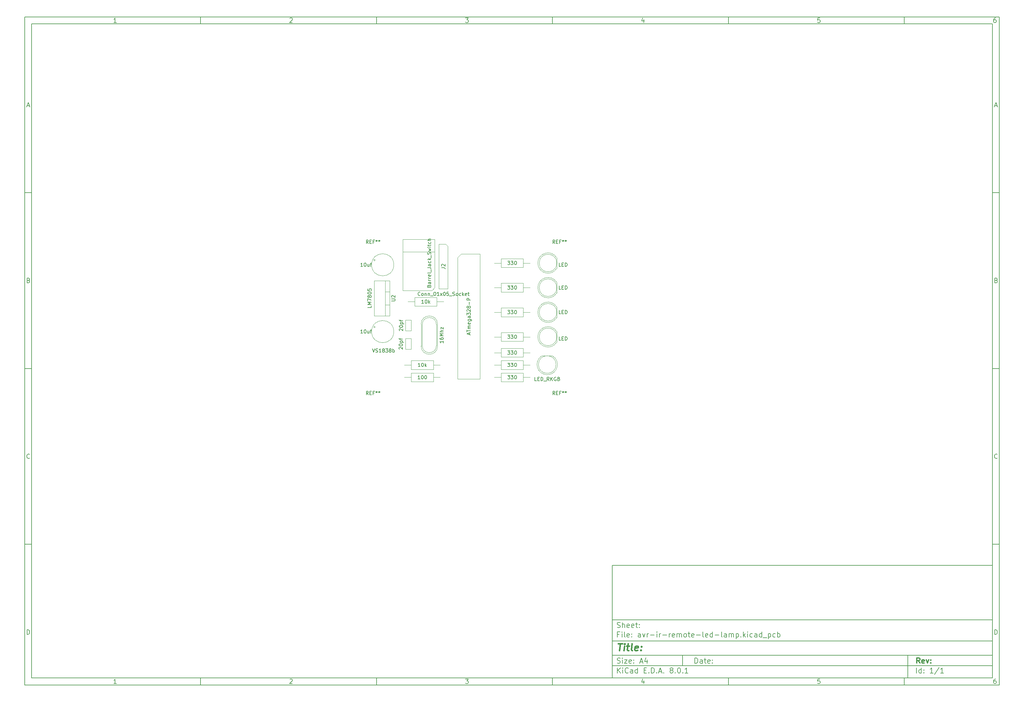
<source format=gbr>
%TF.GenerationSoftware,KiCad,Pcbnew,8.0.1*%
%TF.CreationDate,2024-05-04T21:14:10+05:30*%
%TF.ProjectId,avr-ir-remote-led-lamp,6176722d-6972-42d7-9265-6d6f74652d6c,rev?*%
%TF.SameCoordinates,Original*%
%TF.FileFunction,AssemblyDrawing,Top*%
%FSLAX46Y46*%
G04 Gerber Fmt 4.6, Leading zero omitted, Abs format (unit mm)*
G04 Created by KiCad (PCBNEW 8.0.1) date 2024-05-04 21:14:10*
%MOMM*%
%LPD*%
G01*
G04 APERTURE LIST*
%ADD10C,0.100000*%
%ADD11C,0.150000*%
%ADD12C,0.300000*%
%ADD13C,0.400000*%
G04 APERTURE END LIST*
D10*
D11*
X177002200Y-166007200D02*
X285002200Y-166007200D01*
X285002200Y-198007200D01*
X177002200Y-198007200D01*
X177002200Y-166007200D01*
D10*
D11*
X10000000Y-10000000D02*
X287002200Y-10000000D01*
X287002200Y-200007200D01*
X10000000Y-200007200D01*
X10000000Y-10000000D01*
D10*
D11*
X12000000Y-12000000D02*
X285002200Y-12000000D01*
X285002200Y-198007200D01*
X12000000Y-198007200D01*
X12000000Y-12000000D01*
D10*
D11*
X60000000Y-12000000D02*
X60000000Y-10000000D01*
D10*
D11*
X110000000Y-12000000D02*
X110000000Y-10000000D01*
D10*
D11*
X160000000Y-12000000D02*
X160000000Y-10000000D01*
D10*
D11*
X210000000Y-12000000D02*
X210000000Y-10000000D01*
D10*
D11*
X260000000Y-12000000D02*
X260000000Y-10000000D01*
D10*
D11*
X36089160Y-11593604D02*
X35346303Y-11593604D01*
X35717731Y-11593604D02*
X35717731Y-10293604D01*
X35717731Y-10293604D02*
X35593922Y-10479319D01*
X35593922Y-10479319D02*
X35470112Y-10603128D01*
X35470112Y-10603128D02*
X35346303Y-10665033D01*
D10*
D11*
X85346303Y-10417414D02*
X85408207Y-10355509D01*
X85408207Y-10355509D02*
X85532017Y-10293604D01*
X85532017Y-10293604D02*
X85841541Y-10293604D01*
X85841541Y-10293604D02*
X85965350Y-10355509D01*
X85965350Y-10355509D02*
X86027255Y-10417414D01*
X86027255Y-10417414D02*
X86089160Y-10541223D01*
X86089160Y-10541223D02*
X86089160Y-10665033D01*
X86089160Y-10665033D02*
X86027255Y-10850747D01*
X86027255Y-10850747D02*
X85284398Y-11593604D01*
X85284398Y-11593604D02*
X86089160Y-11593604D01*
D10*
D11*
X135284398Y-10293604D02*
X136089160Y-10293604D01*
X136089160Y-10293604D02*
X135655826Y-10788842D01*
X135655826Y-10788842D02*
X135841541Y-10788842D01*
X135841541Y-10788842D02*
X135965350Y-10850747D01*
X135965350Y-10850747D02*
X136027255Y-10912652D01*
X136027255Y-10912652D02*
X136089160Y-11036461D01*
X136089160Y-11036461D02*
X136089160Y-11345985D01*
X136089160Y-11345985D02*
X136027255Y-11469795D01*
X136027255Y-11469795D02*
X135965350Y-11531700D01*
X135965350Y-11531700D02*
X135841541Y-11593604D01*
X135841541Y-11593604D02*
X135470112Y-11593604D01*
X135470112Y-11593604D02*
X135346303Y-11531700D01*
X135346303Y-11531700D02*
X135284398Y-11469795D01*
D10*
D11*
X185965350Y-10726938D02*
X185965350Y-11593604D01*
X185655826Y-10231700D02*
X185346303Y-11160271D01*
X185346303Y-11160271D02*
X186151064Y-11160271D01*
D10*
D11*
X236027255Y-10293604D02*
X235408207Y-10293604D01*
X235408207Y-10293604D02*
X235346303Y-10912652D01*
X235346303Y-10912652D02*
X235408207Y-10850747D01*
X235408207Y-10850747D02*
X235532017Y-10788842D01*
X235532017Y-10788842D02*
X235841541Y-10788842D01*
X235841541Y-10788842D02*
X235965350Y-10850747D01*
X235965350Y-10850747D02*
X236027255Y-10912652D01*
X236027255Y-10912652D02*
X236089160Y-11036461D01*
X236089160Y-11036461D02*
X236089160Y-11345985D01*
X236089160Y-11345985D02*
X236027255Y-11469795D01*
X236027255Y-11469795D02*
X235965350Y-11531700D01*
X235965350Y-11531700D02*
X235841541Y-11593604D01*
X235841541Y-11593604D02*
X235532017Y-11593604D01*
X235532017Y-11593604D02*
X235408207Y-11531700D01*
X235408207Y-11531700D02*
X235346303Y-11469795D01*
D10*
D11*
X285965350Y-10293604D02*
X285717731Y-10293604D01*
X285717731Y-10293604D02*
X285593922Y-10355509D01*
X285593922Y-10355509D02*
X285532017Y-10417414D01*
X285532017Y-10417414D02*
X285408207Y-10603128D01*
X285408207Y-10603128D02*
X285346303Y-10850747D01*
X285346303Y-10850747D02*
X285346303Y-11345985D01*
X285346303Y-11345985D02*
X285408207Y-11469795D01*
X285408207Y-11469795D02*
X285470112Y-11531700D01*
X285470112Y-11531700D02*
X285593922Y-11593604D01*
X285593922Y-11593604D02*
X285841541Y-11593604D01*
X285841541Y-11593604D02*
X285965350Y-11531700D01*
X285965350Y-11531700D02*
X286027255Y-11469795D01*
X286027255Y-11469795D02*
X286089160Y-11345985D01*
X286089160Y-11345985D02*
X286089160Y-11036461D01*
X286089160Y-11036461D02*
X286027255Y-10912652D01*
X286027255Y-10912652D02*
X285965350Y-10850747D01*
X285965350Y-10850747D02*
X285841541Y-10788842D01*
X285841541Y-10788842D02*
X285593922Y-10788842D01*
X285593922Y-10788842D02*
X285470112Y-10850747D01*
X285470112Y-10850747D02*
X285408207Y-10912652D01*
X285408207Y-10912652D02*
X285346303Y-11036461D01*
D10*
D11*
X60000000Y-198007200D02*
X60000000Y-200007200D01*
D10*
D11*
X110000000Y-198007200D02*
X110000000Y-200007200D01*
D10*
D11*
X160000000Y-198007200D02*
X160000000Y-200007200D01*
D10*
D11*
X210000000Y-198007200D02*
X210000000Y-200007200D01*
D10*
D11*
X260000000Y-198007200D02*
X260000000Y-200007200D01*
D10*
D11*
X36089160Y-199600804D02*
X35346303Y-199600804D01*
X35717731Y-199600804D02*
X35717731Y-198300804D01*
X35717731Y-198300804D02*
X35593922Y-198486519D01*
X35593922Y-198486519D02*
X35470112Y-198610328D01*
X35470112Y-198610328D02*
X35346303Y-198672233D01*
D10*
D11*
X85346303Y-198424614D02*
X85408207Y-198362709D01*
X85408207Y-198362709D02*
X85532017Y-198300804D01*
X85532017Y-198300804D02*
X85841541Y-198300804D01*
X85841541Y-198300804D02*
X85965350Y-198362709D01*
X85965350Y-198362709D02*
X86027255Y-198424614D01*
X86027255Y-198424614D02*
X86089160Y-198548423D01*
X86089160Y-198548423D02*
X86089160Y-198672233D01*
X86089160Y-198672233D02*
X86027255Y-198857947D01*
X86027255Y-198857947D02*
X85284398Y-199600804D01*
X85284398Y-199600804D02*
X86089160Y-199600804D01*
D10*
D11*
X135284398Y-198300804D02*
X136089160Y-198300804D01*
X136089160Y-198300804D02*
X135655826Y-198796042D01*
X135655826Y-198796042D02*
X135841541Y-198796042D01*
X135841541Y-198796042D02*
X135965350Y-198857947D01*
X135965350Y-198857947D02*
X136027255Y-198919852D01*
X136027255Y-198919852D02*
X136089160Y-199043661D01*
X136089160Y-199043661D02*
X136089160Y-199353185D01*
X136089160Y-199353185D02*
X136027255Y-199476995D01*
X136027255Y-199476995D02*
X135965350Y-199538900D01*
X135965350Y-199538900D02*
X135841541Y-199600804D01*
X135841541Y-199600804D02*
X135470112Y-199600804D01*
X135470112Y-199600804D02*
X135346303Y-199538900D01*
X135346303Y-199538900D02*
X135284398Y-199476995D01*
D10*
D11*
X185965350Y-198734138D02*
X185965350Y-199600804D01*
X185655826Y-198238900D02*
X185346303Y-199167471D01*
X185346303Y-199167471D02*
X186151064Y-199167471D01*
D10*
D11*
X236027255Y-198300804D02*
X235408207Y-198300804D01*
X235408207Y-198300804D02*
X235346303Y-198919852D01*
X235346303Y-198919852D02*
X235408207Y-198857947D01*
X235408207Y-198857947D02*
X235532017Y-198796042D01*
X235532017Y-198796042D02*
X235841541Y-198796042D01*
X235841541Y-198796042D02*
X235965350Y-198857947D01*
X235965350Y-198857947D02*
X236027255Y-198919852D01*
X236027255Y-198919852D02*
X236089160Y-199043661D01*
X236089160Y-199043661D02*
X236089160Y-199353185D01*
X236089160Y-199353185D02*
X236027255Y-199476995D01*
X236027255Y-199476995D02*
X235965350Y-199538900D01*
X235965350Y-199538900D02*
X235841541Y-199600804D01*
X235841541Y-199600804D02*
X235532017Y-199600804D01*
X235532017Y-199600804D02*
X235408207Y-199538900D01*
X235408207Y-199538900D02*
X235346303Y-199476995D01*
D10*
D11*
X285965350Y-198300804D02*
X285717731Y-198300804D01*
X285717731Y-198300804D02*
X285593922Y-198362709D01*
X285593922Y-198362709D02*
X285532017Y-198424614D01*
X285532017Y-198424614D02*
X285408207Y-198610328D01*
X285408207Y-198610328D02*
X285346303Y-198857947D01*
X285346303Y-198857947D02*
X285346303Y-199353185D01*
X285346303Y-199353185D02*
X285408207Y-199476995D01*
X285408207Y-199476995D02*
X285470112Y-199538900D01*
X285470112Y-199538900D02*
X285593922Y-199600804D01*
X285593922Y-199600804D02*
X285841541Y-199600804D01*
X285841541Y-199600804D02*
X285965350Y-199538900D01*
X285965350Y-199538900D02*
X286027255Y-199476995D01*
X286027255Y-199476995D02*
X286089160Y-199353185D01*
X286089160Y-199353185D02*
X286089160Y-199043661D01*
X286089160Y-199043661D02*
X286027255Y-198919852D01*
X286027255Y-198919852D02*
X285965350Y-198857947D01*
X285965350Y-198857947D02*
X285841541Y-198796042D01*
X285841541Y-198796042D02*
X285593922Y-198796042D01*
X285593922Y-198796042D02*
X285470112Y-198857947D01*
X285470112Y-198857947D02*
X285408207Y-198919852D01*
X285408207Y-198919852D02*
X285346303Y-199043661D01*
D10*
D11*
X10000000Y-60000000D02*
X12000000Y-60000000D01*
D10*
D11*
X10000000Y-110000000D02*
X12000000Y-110000000D01*
D10*
D11*
X10000000Y-160000000D02*
X12000000Y-160000000D01*
D10*
D11*
X10690476Y-35222176D02*
X11309523Y-35222176D01*
X10566666Y-35593604D02*
X10999999Y-34293604D01*
X10999999Y-34293604D02*
X11433333Y-35593604D01*
D10*
D11*
X11092857Y-84912652D02*
X11278571Y-84974557D01*
X11278571Y-84974557D02*
X11340476Y-85036461D01*
X11340476Y-85036461D02*
X11402380Y-85160271D01*
X11402380Y-85160271D02*
X11402380Y-85345985D01*
X11402380Y-85345985D02*
X11340476Y-85469795D01*
X11340476Y-85469795D02*
X11278571Y-85531700D01*
X11278571Y-85531700D02*
X11154761Y-85593604D01*
X11154761Y-85593604D02*
X10659523Y-85593604D01*
X10659523Y-85593604D02*
X10659523Y-84293604D01*
X10659523Y-84293604D02*
X11092857Y-84293604D01*
X11092857Y-84293604D02*
X11216666Y-84355509D01*
X11216666Y-84355509D02*
X11278571Y-84417414D01*
X11278571Y-84417414D02*
X11340476Y-84541223D01*
X11340476Y-84541223D02*
X11340476Y-84665033D01*
X11340476Y-84665033D02*
X11278571Y-84788842D01*
X11278571Y-84788842D02*
X11216666Y-84850747D01*
X11216666Y-84850747D02*
X11092857Y-84912652D01*
X11092857Y-84912652D02*
X10659523Y-84912652D01*
D10*
D11*
X11402380Y-135469795D02*
X11340476Y-135531700D01*
X11340476Y-135531700D02*
X11154761Y-135593604D01*
X11154761Y-135593604D02*
X11030952Y-135593604D01*
X11030952Y-135593604D02*
X10845238Y-135531700D01*
X10845238Y-135531700D02*
X10721428Y-135407890D01*
X10721428Y-135407890D02*
X10659523Y-135284080D01*
X10659523Y-135284080D02*
X10597619Y-135036461D01*
X10597619Y-135036461D02*
X10597619Y-134850747D01*
X10597619Y-134850747D02*
X10659523Y-134603128D01*
X10659523Y-134603128D02*
X10721428Y-134479319D01*
X10721428Y-134479319D02*
X10845238Y-134355509D01*
X10845238Y-134355509D02*
X11030952Y-134293604D01*
X11030952Y-134293604D02*
X11154761Y-134293604D01*
X11154761Y-134293604D02*
X11340476Y-134355509D01*
X11340476Y-134355509D02*
X11402380Y-134417414D01*
D10*
D11*
X10659523Y-185593604D02*
X10659523Y-184293604D01*
X10659523Y-184293604D02*
X10969047Y-184293604D01*
X10969047Y-184293604D02*
X11154761Y-184355509D01*
X11154761Y-184355509D02*
X11278571Y-184479319D01*
X11278571Y-184479319D02*
X11340476Y-184603128D01*
X11340476Y-184603128D02*
X11402380Y-184850747D01*
X11402380Y-184850747D02*
X11402380Y-185036461D01*
X11402380Y-185036461D02*
X11340476Y-185284080D01*
X11340476Y-185284080D02*
X11278571Y-185407890D01*
X11278571Y-185407890D02*
X11154761Y-185531700D01*
X11154761Y-185531700D02*
X10969047Y-185593604D01*
X10969047Y-185593604D02*
X10659523Y-185593604D01*
D10*
D11*
X287002200Y-60000000D02*
X285002200Y-60000000D01*
D10*
D11*
X287002200Y-110000000D02*
X285002200Y-110000000D01*
D10*
D11*
X287002200Y-160000000D02*
X285002200Y-160000000D01*
D10*
D11*
X285692676Y-35222176D02*
X286311723Y-35222176D01*
X285568866Y-35593604D02*
X286002199Y-34293604D01*
X286002199Y-34293604D02*
X286435533Y-35593604D01*
D10*
D11*
X286095057Y-84912652D02*
X286280771Y-84974557D01*
X286280771Y-84974557D02*
X286342676Y-85036461D01*
X286342676Y-85036461D02*
X286404580Y-85160271D01*
X286404580Y-85160271D02*
X286404580Y-85345985D01*
X286404580Y-85345985D02*
X286342676Y-85469795D01*
X286342676Y-85469795D02*
X286280771Y-85531700D01*
X286280771Y-85531700D02*
X286156961Y-85593604D01*
X286156961Y-85593604D02*
X285661723Y-85593604D01*
X285661723Y-85593604D02*
X285661723Y-84293604D01*
X285661723Y-84293604D02*
X286095057Y-84293604D01*
X286095057Y-84293604D02*
X286218866Y-84355509D01*
X286218866Y-84355509D02*
X286280771Y-84417414D01*
X286280771Y-84417414D02*
X286342676Y-84541223D01*
X286342676Y-84541223D02*
X286342676Y-84665033D01*
X286342676Y-84665033D02*
X286280771Y-84788842D01*
X286280771Y-84788842D02*
X286218866Y-84850747D01*
X286218866Y-84850747D02*
X286095057Y-84912652D01*
X286095057Y-84912652D02*
X285661723Y-84912652D01*
D10*
D11*
X286404580Y-135469795D02*
X286342676Y-135531700D01*
X286342676Y-135531700D02*
X286156961Y-135593604D01*
X286156961Y-135593604D02*
X286033152Y-135593604D01*
X286033152Y-135593604D02*
X285847438Y-135531700D01*
X285847438Y-135531700D02*
X285723628Y-135407890D01*
X285723628Y-135407890D02*
X285661723Y-135284080D01*
X285661723Y-135284080D02*
X285599819Y-135036461D01*
X285599819Y-135036461D02*
X285599819Y-134850747D01*
X285599819Y-134850747D02*
X285661723Y-134603128D01*
X285661723Y-134603128D02*
X285723628Y-134479319D01*
X285723628Y-134479319D02*
X285847438Y-134355509D01*
X285847438Y-134355509D02*
X286033152Y-134293604D01*
X286033152Y-134293604D02*
X286156961Y-134293604D01*
X286156961Y-134293604D02*
X286342676Y-134355509D01*
X286342676Y-134355509D02*
X286404580Y-134417414D01*
D10*
D11*
X285661723Y-185593604D02*
X285661723Y-184293604D01*
X285661723Y-184293604D02*
X285971247Y-184293604D01*
X285971247Y-184293604D02*
X286156961Y-184355509D01*
X286156961Y-184355509D02*
X286280771Y-184479319D01*
X286280771Y-184479319D02*
X286342676Y-184603128D01*
X286342676Y-184603128D02*
X286404580Y-184850747D01*
X286404580Y-184850747D02*
X286404580Y-185036461D01*
X286404580Y-185036461D02*
X286342676Y-185284080D01*
X286342676Y-185284080D02*
X286280771Y-185407890D01*
X286280771Y-185407890D02*
X286156961Y-185531700D01*
X286156961Y-185531700D02*
X285971247Y-185593604D01*
X285971247Y-185593604D02*
X285661723Y-185593604D01*
D10*
D11*
X200458026Y-193793328D02*
X200458026Y-192293328D01*
X200458026Y-192293328D02*
X200815169Y-192293328D01*
X200815169Y-192293328D02*
X201029455Y-192364757D01*
X201029455Y-192364757D02*
X201172312Y-192507614D01*
X201172312Y-192507614D02*
X201243741Y-192650471D01*
X201243741Y-192650471D02*
X201315169Y-192936185D01*
X201315169Y-192936185D02*
X201315169Y-193150471D01*
X201315169Y-193150471D02*
X201243741Y-193436185D01*
X201243741Y-193436185D02*
X201172312Y-193579042D01*
X201172312Y-193579042D02*
X201029455Y-193721900D01*
X201029455Y-193721900D02*
X200815169Y-193793328D01*
X200815169Y-193793328D02*
X200458026Y-193793328D01*
X202600884Y-193793328D02*
X202600884Y-193007614D01*
X202600884Y-193007614D02*
X202529455Y-192864757D01*
X202529455Y-192864757D02*
X202386598Y-192793328D01*
X202386598Y-192793328D02*
X202100884Y-192793328D01*
X202100884Y-192793328D02*
X201958026Y-192864757D01*
X202600884Y-193721900D02*
X202458026Y-193793328D01*
X202458026Y-193793328D02*
X202100884Y-193793328D01*
X202100884Y-193793328D02*
X201958026Y-193721900D01*
X201958026Y-193721900D02*
X201886598Y-193579042D01*
X201886598Y-193579042D02*
X201886598Y-193436185D01*
X201886598Y-193436185D02*
X201958026Y-193293328D01*
X201958026Y-193293328D02*
X202100884Y-193221900D01*
X202100884Y-193221900D02*
X202458026Y-193221900D01*
X202458026Y-193221900D02*
X202600884Y-193150471D01*
X203100884Y-192793328D02*
X203672312Y-192793328D01*
X203315169Y-192293328D02*
X203315169Y-193579042D01*
X203315169Y-193579042D02*
X203386598Y-193721900D01*
X203386598Y-193721900D02*
X203529455Y-193793328D01*
X203529455Y-193793328D02*
X203672312Y-193793328D01*
X204743741Y-193721900D02*
X204600884Y-193793328D01*
X204600884Y-193793328D02*
X204315170Y-193793328D01*
X204315170Y-193793328D02*
X204172312Y-193721900D01*
X204172312Y-193721900D02*
X204100884Y-193579042D01*
X204100884Y-193579042D02*
X204100884Y-193007614D01*
X204100884Y-193007614D02*
X204172312Y-192864757D01*
X204172312Y-192864757D02*
X204315170Y-192793328D01*
X204315170Y-192793328D02*
X204600884Y-192793328D01*
X204600884Y-192793328D02*
X204743741Y-192864757D01*
X204743741Y-192864757D02*
X204815170Y-193007614D01*
X204815170Y-193007614D02*
X204815170Y-193150471D01*
X204815170Y-193150471D02*
X204100884Y-193293328D01*
X205458026Y-193650471D02*
X205529455Y-193721900D01*
X205529455Y-193721900D02*
X205458026Y-193793328D01*
X205458026Y-193793328D02*
X205386598Y-193721900D01*
X205386598Y-193721900D02*
X205458026Y-193650471D01*
X205458026Y-193650471D02*
X205458026Y-193793328D01*
X205458026Y-192864757D02*
X205529455Y-192936185D01*
X205529455Y-192936185D02*
X205458026Y-193007614D01*
X205458026Y-193007614D02*
X205386598Y-192936185D01*
X205386598Y-192936185D02*
X205458026Y-192864757D01*
X205458026Y-192864757D02*
X205458026Y-193007614D01*
D10*
D11*
X177002200Y-194507200D02*
X285002200Y-194507200D01*
D10*
D11*
X178458026Y-196593328D02*
X178458026Y-195093328D01*
X179315169Y-196593328D02*
X178672312Y-195736185D01*
X179315169Y-195093328D02*
X178458026Y-195950471D01*
X179958026Y-196593328D02*
X179958026Y-195593328D01*
X179958026Y-195093328D02*
X179886598Y-195164757D01*
X179886598Y-195164757D02*
X179958026Y-195236185D01*
X179958026Y-195236185D02*
X180029455Y-195164757D01*
X180029455Y-195164757D02*
X179958026Y-195093328D01*
X179958026Y-195093328D02*
X179958026Y-195236185D01*
X181529455Y-196450471D02*
X181458027Y-196521900D01*
X181458027Y-196521900D02*
X181243741Y-196593328D01*
X181243741Y-196593328D02*
X181100884Y-196593328D01*
X181100884Y-196593328D02*
X180886598Y-196521900D01*
X180886598Y-196521900D02*
X180743741Y-196379042D01*
X180743741Y-196379042D02*
X180672312Y-196236185D01*
X180672312Y-196236185D02*
X180600884Y-195950471D01*
X180600884Y-195950471D02*
X180600884Y-195736185D01*
X180600884Y-195736185D02*
X180672312Y-195450471D01*
X180672312Y-195450471D02*
X180743741Y-195307614D01*
X180743741Y-195307614D02*
X180886598Y-195164757D01*
X180886598Y-195164757D02*
X181100884Y-195093328D01*
X181100884Y-195093328D02*
X181243741Y-195093328D01*
X181243741Y-195093328D02*
X181458027Y-195164757D01*
X181458027Y-195164757D02*
X181529455Y-195236185D01*
X182815170Y-196593328D02*
X182815170Y-195807614D01*
X182815170Y-195807614D02*
X182743741Y-195664757D01*
X182743741Y-195664757D02*
X182600884Y-195593328D01*
X182600884Y-195593328D02*
X182315170Y-195593328D01*
X182315170Y-195593328D02*
X182172312Y-195664757D01*
X182815170Y-196521900D02*
X182672312Y-196593328D01*
X182672312Y-196593328D02*
X182315170Y-196593328D01*
X182315170Y-196593328D02*
X182172312Y-196521900D01*
X182172312Y-196521900D02*
X182100884Y-196379042D01*
X182100884Y-196379042D02*
X182100884Y-196236185D01*
X182100884Y-196236185D02*
X182172312Y-196093328D01*
X182172312Y-196093328D02*
X182315170Y-196021900D01*
X182315170Y-196021900D02*
X182672312Y-196021900D01*
X182672312Y-196021900D02*
X182815170Y-195950471D01*
X184172313Y-196593328D02*
X184172313Y-195093328D01*
X184172313Y-196521900D02*
X184029455Y-196593328D01*
X184029455Y-196593328D02*
X183743741Y-196593328D01*
X183743741Y-196593328D02*
X183600884Y-196521900D01*
X183600884Y-196521900D02*
X183529455Y-196450471D01*
X183529455Y-196450471D02*
X183458027Y-196307614D01*
X183458027Y-196307614D02*
X183458027Y-195879042D01*
X183458027Y-195879042D02*
X183529455Y-195736185D01*
X183529455Y-195736185D02*
X183600884Y-195664757D01*
X183600884Y-195664757D02*
X183743741Y-195593328D01*
X183743741Y-195593328D02*
X184029455Y-195593328D01*
X184029455Y-195593328D02*
X184172313Y-195664757D01*
X186029455Y-195807614D02*
X186529455Y-195807614D01*
X186743741Y-196593328D02*
X186029455Y-196593328D01*
X186029455Y-196593328D02*
X186029455Y-195093328D01*
X186029455Y-195093328D02*
X186743741Y-195093328D01*
X187386598Y-196450471D02*
X187458027Y-196521900D01*
X187458027Y-196521900D02*
X187386598Y-196593328D01*
X187386598Y-196593328D02*
X187315170Y-196521900D01*
X187315170Y-196521900D02*
X187386598Y-196450471D01*
X187386598Y-196450471D02*
X187386598Y-196593328D01*
X188100884Y-196593328D02*
X188100884Y-195093328D01*
X188100884Y-195093328D02*
X188458027Y-195093328D01*
X188458027Y-195093328D02*
X188672313Y-195164757D01*
X188672313Y-195164757D02*
X188815170Y-195307614D01*
X188815170Y-195307614D02*
X188886599Y-195450471D01*
X188886599Y-195450471D02*
X188958027Y-195736185D01*
X188958027Y-195736185D02*
X188958027Y-195950471D01*
X188958027Y-195950471D02*
X188886599Y-196236185D01*
X188886599Y-196236185D02*
X188815170Y-196379042D01*
X188815170Y-196379042D02*
X188672313Y-196521900D01*
X188672313Y-196521900D02*
X188458027Y-196593328D01*
X188458027Y-196593328D02*
X188100884Y-196593328D01*
X189600884Y-196450471D02*
X189672313Y-196521900D01*
X189672313Y-196521900D02*
X189600884Y-196593328D01*
X189600884Y-196593328D02*
X189529456Y-196521900D01*
X189529456Y-196521900D02*
X189600884Y-196450471D01*
X189600884Y-196450471D02*
X189600884Y-196593328D01*
X190243742Y-196164757D02*
X190958028Y-196164757D01*
X190100885Y-196593328D02*
X190600885Y-195093328D01*
X190600885Y-195093328D02*
X191100885Y-196593328D01*
X191600884Y-196450471D02*
X191672313Y-196521900D01*
X191672313Y-196521900D02*
X191600884Y-196593328D01*
X191600884Y-196593328D02*
X191529456Y-196521900D01*
X191529456Y-196521900D02*
X191600884Y-196450471D01*
X191600884Y-196450471D02*
X191600884Y-196593328D01*
X193672313Y-195736185D02*
X193529456Y-195664757D01*
X193529456Y-195664757D02*
X193458027Y-195593328D01*
X193458027Y-195593328D02*
X193386599Y-195450471D01*
X193386599Y-195450471D02*
X193386599Y-195379042D01*
X193386599Y-195379042D02*
X193458027Y-195236185D01*
X193458027Y-195236185D02*
X193529456Y-195164757D01*
X193529456Y-195164757D02*
X193672313Y-195093328D01*
X193672313Y-195093328D02*
X193958027Y-195093328D01*
X193958027Y-195093328D02*
X194100885Y-195164757D01*
X194100885Y-195164757D02*
X194172313Y-195236185D01*
X194172313Y-195236185D02*
X194243742Y-195379042D01*
X194243742Y-195379042D02*
X194243742Y-195450471D01*
X194243742Y-195450471D02*
X194172313Y-195593328D01*
X194172313Y-195593328D02*
X194100885Y-195664757D01*
X194100885Y-195664757D02*
X193958027Y-195736185D01*
X193958027Y-195736185D02*
X193672313Y-195736185D01*
X193672313Y-195736185D02*
X193529456Y-195807614D01*
X193529456Y-195807614D02*
X193458027Y-195879042D01*
X193458027Y-195879042D02*
X193386599Y-196021900D01*
X193386599Y-196021900D02*
X193386599Y-196307614D01*
X193386599Y-196307614D02*
X193458027Y-196450471D01*
X193458027Y-196450471D02*
X193529456Y-196521900D01*
X193529456Y-196521900D02*
X193672313Y-196593328D01*
X193672313Y-196593328D02*
X193958027Y-196593328D01*
X193958027Y-196593328D02*
X194100885Y-196521900D01*
X194100885Y-196521900D02*
X194172313Y-196450471D01*
X194172313Y-196450471D02*
X194243742Y-196307614D01*
X194243742Y-196307614D02*
X194243742Y-196021900D01*
X194243742Y-196021900D02*
X194172313Y-195879042D01*
X194172313Y-195879042D02*
X194100885Y-195807614D01*
X194100885Y-195807614D02*
X193958027Y-195736185D01*
X194886598Y-196450471D02*
X194958027Y-196521900D01*
X194958027Y-196521900D02*
X194886598Y-196593328D01*
X194886598Y-196593328D02*
X194815170Y-196521900D01*
X194815170Y-196521900D02*
X194886598Y-196450471D01*
X194886598Y-196450471D02*
X194886598Y-196593328D01*
X195886599Y-195093328D02*
X196029456Y-195093328D01*
X196029456Y-195093328D02*
X196172313Y-195164757D01*
X196172313Y-195164757D02*
X196243742Y-195236185D01*
X196243742Y-195236185D02*
X196315170Y-195379042D01*
X196315170Y-195379042D02*
X196386599Y-195664757D01*
X196386599Y-195664757D02*
X196386599Y-196021900D01*
X196386599Y-196021900D02*
X196315170Y-196307614D01*
X196315170Y-196307614D02*
X196243742Y-196450471D01*
X196243742Y-196450471D02*
X196172313Y-196521900D01*
X196172313Y-196521900D02*
X196029456Y-196593328D01*
X196029456Y-196593328D02*
X195886599Y-196593328D01*
X195886599Y-196593328D02*
X195743742Y-196521900D01*
X195743742Y-196521900D02*
X195672313Y-196450471D01*
X195672313Y-196450471D02*
X195600884Y-196307614D01*
X195600884Y-196307614D02*
X195529456Y-196021900D01*
X195529456Y-196021900D02*
X195529456Y-195664757D01*
X195529456Y-195664757D02*
X195600884Y-195379042D01*
X195600884Y-195379042D02*
X195672313Y-195236185D01*
X195672313Y-195236185D02*
X195743742Y-195164757D01*
X195743742Y-195164757D02*
X195886599Y-195093328D01*
X197029455Y-196450471D02*
X197100884Y-196521900D01*
X197100884Y-196521900D02*
X197029455Y-196593328D01*
X197029455Y-196593328D02*
X196958027Y-196521900D01*
X196958027Y-196521900D02*
X197029455Y-196450471D01*
X197029455Y-196450471D02*
X197029455Y-196593328D01*
X198529456Y-196593328D02*
X197672313Y-196593328D01*
X198100884Y-196593328D02*
X198100884Y-195093328D01*
X198100884Y-195093328D02*
X197958027Y-195307614D01*
X197958027Y-195307614D02*
X197815170Y-195450471D01*
X197815170Y-195450471D02*
X197672313Y-195521900D01*
D10*
D11*
X177002200Y-191507200D02*
X285002200Y-191507200D01*
D10*
D12*
X264413853Y-193785528D02*
X263913853Y-193071242D01*
X263556710Y-193785528D02*
X263556710Y-192285528D01*
X263556710Y-192285528D02*
X264128139Y-192285528D01*
X264128139Y-192285528D02*
X264270996Y-192356957D01*
X264270996Y-192356957D02*
X264342425Y-192428385D01*
X264342425Y-192428385D02*
X264413853Y-192571242D01*
X264413853Y-192571242D02*
X264413853Y-192785528D01*
X264413853Y-192785528D02*
X264342425Y-192928385D01*
X264342425Y-192928385D02*
X264270996Y-192999814D01*
X264270996Y-192999814D02*
X264128139Y-193071242D01*
X264128139Y-193071242D02*
X263556710Y-193071242D01*
X265628139Y-193714100D02*
X265485282Y-193785528D01*
X265485282Y-193785528D02*
X265199568Y-193785528D01*
X265199568Y-193785528D02*
X265056710Y-193714100D01*
X265056710Y-193714100D02*
X264985282Y-193571242D01*
X264985282Y-193571242D02*
X264985282Y-192999814D01*
X264985282Y-192999814D02*
X265056710Y-192856957D01*
X265056710Y-192856957D02*
X265199568Y-192785528D01*
X265199568Y-192785528D02*
X265485282Y-192785528D01*
X265485282Y-192785528D02*
X265628139Y-192856957D01*
X265628139Y-192856957D02*
X265699568Y-192999814D01*
X265699568Y-192999814D02*
X265699568Y-193142671D01*
X265699568Y-193142671D02*
X264985282Y-193285528D01*
X266199567Y-192785528D02*
X266556710Y-193785528D01*
X266556710Y-193785528D02*
X266913853Y-192785528D01*
X267485281Y-193642671D02*
X267556710Y-193714100D01*
X267556710Y-193714100D02*
X267485281Y-193785528D01*
X267485281Y-193785528D02*
X267413853Y-193714100D01*
X267413853Y-193714100D02*
X267485281Y-193642671D01*
X267485281Y-193642671D02*
X267485281Y-193785528D01*
X267485281Y-192856957D02*
X267556710Y-192928385D01*
X267556710Y-192928385D02*
X267485281Y-192999814D01*
X267485281Y-192999814D02*
X267413853Y-192928385D01*
X267413853Y-192928385D02*
X267485281Y-192856957D01*
X267485281Y-192856957D02*
X267485281Y-192999814D01*
D10*
D11*
X178386598Y-193721900D02*
X178600884Y-193793328D01*
X178600884Y-193793328D02*
X178958026Y-193793328D01*
X178958026Y-193793328D02*
X179100884Y-193721900D01*
X179100884Y-193721900D02*
X179172312Y-193650471D01*
X179172312Y-193650471D02*
X179243741Y-193507614D01*
X179243741Y-193507614D02*
X179243741Y-193364757D01*
X179243741Y-193364757D02*
X179172312Y-193221900D01*
X179172312Y-193221900D02*
X179100884Y-193150471D01*
X179100884Y-193150471D02*
X178958026Y-193079042D01*
X178958026Y-193079042D02*
X178672312Y-193007614D01*
X178672312Y-193007614D02*
X178529455Y-192936185D01*
X178529455Y-192936185D02*
X178458026Y-192864757D01*
X178458026Y-192864757D02*
X178386598Y-192721900D01*
X178386598Y-192721900D02*
X178386598Y-192579042D01*
X178386598Y-192579042D02*
X178458026Y-192436185D01*
X178458026Y-192436185D02*
X178529455Y-192364757D01*
X178529455Y-192364757D02*
X178672312Y-192293328D01*
X178672312Y-192293328D02*
X179029455Y-192293328D01*
X179029455Y-192293328D02*
X179243741Y-192364757D01*
X179886597Y-193793328D02*
X179886597Y-192793328D01*
X179886597Y-192293328D02*
X179815169Y-192364757D01*
X179815169Y-192364757D02*
X179886597Y-192436185D01*
X179886597Y-192436185D02*
X179958026Y-192364757D01*
X179958026Y-192364757D02*
X179886597Y-192293328D01*
X179886597Y-192293328D02*
X179886597Y-192436185D01*
X180458026Y-192793328D02*
X181243741Y-192793328D01*
X181243741Y-192793328D02*
X180458026Y-193793328D01*
X180458026Y-193793328D02*
X181243741Y-193793328D01*
X182386598Y-193721900D02*
X182243741Y-193793328D01*
X182243741Y-193793328D02*
X181958027Y-193793328D01*
X181958027Y-193793328D02*
X181815169Y-193721900D01*
X181815169Y-193721900D02*
X181743741Y-193579042D01*
X181743741Y-193579042D02*
X181743741Y-193007614D01*
X181743741Y-193007614D02*
X181815169Y-192864757D01*
X181815169Y-192864757D02*
X181958027Y-192793328D01*
X181958027Y-192793328D02*
X182243741Y-192793328D01*
X182243741Y-192793328D02*
X182386598Y-192864757D01*
X182386598Y-192864757D02*
X182458027Y-193007614D01*
X182458027Y-193007614D02*
X182458027Y-193150471D01*
X182458027Y-193150471D02*
X181743741Y-193293328D01*
X183100883Y-193650471D02*
X183172312Y-193721900D01*
X183172312Y-193721900D02*
X183100883Y-193793328D01*
X183100883Y-193793328D02*
X183029455Y-193721900D01*
X183029455Y-193721900D02*
X183100883Y-193650471D01*
X183100883Y-193650471D02*
X183100883Y-193793328D01*
X183100883Y-192864757D02*
X183172312Y-192936185D01*
X183172312Y-192936185D02*
X183100883Y-193007614D01*
X183100883Y-193007614D02*
X183029455Y-192936185D01*
X183029455Y-192936185D02*
X183100883Y-192864757D01*
X183100883Y-192864757D02*
X183100883Y-193007614D01*
X184886598Y-193364757D02*
X185600884Y-193364757D01*
X184743741Y-193793328D02*
X185243741Y-192293328D01*
X185243741Y-192293328D02*
X185743741Y-193793328D01*
X186886598Y-192793328D02*
X186886598Y-193793328D01*
X186529455Y-192221900D02*
X186172312Y-193293328D01*
X186172312Y-193293328D02*
X187100883Y-193293328D01*
D10*
D11*
X263458026Y-196593328D02*
X263458026Y-195093328D01*
X264815170Y-196593328D02*
X264815170Y-195093328D01*
X264815170Y-196521900D02*
X264672312Y-196593328D01*
X264672312Y-196593328D02*
X264386598Y-196593328D01*
X264386598Y-196593328D02*
X264243741Y-196521900D01*
X264243741Y-196521900D02*
X264172312Y-196450471D01*
X264172312Y-196450471D02*
X264100884Y-196307614D01*
X264100884Y-196307614D02*
X264100884Y-195879042D01*
X264100884Y-195879042D02*
X264172312Y-195736185D01*
X264172312Y-195736185D02*
X264243741Y-195664757D01*
X264243741Y-195664757D02*
X264386598Y-195593328D01*
X264386598Y-195593328D02*
X264672312Y-195593328D01*
X264672312Y-195593328D02*
X264815170Y-195664757D01*
X265529455Y-196450471D02*
X265600884Y-196521900D01*
X265600884Y-196521900D02*
X265529455Y-196593328D01*
X265529455Y-196593328D02*
X265458027Y-196521900D01*
X265458027Y-196521900D02*
X265529455Y-196450471D01*
X265529455Y-196450471D02*
X265529455Y-196593328D01*
X265529455Y-195664757D02*
X265600884Y-195736185D01*
X265600884Y-195736185D02*
X265529455Y-195807614D01*
X265529455Y-195807614D02*
X265458027Y-195736185D01*
X265458027Y-195736185D02*
X265529455Y-195664757D01*
X265529455Y-195664757D02*
X265529455Y-195807614D01*
X268172313Y-196593328D02*
X267315170Y-196593328D01*
X267743741Y-196593328D02*
X267743741Y-195093328D01*
X267743741Y-195093328D02*
X267600884Y-195307614D01*
X267600884Y-195307614D02*
X267458027Y-195450471D01*
X267458027Y-195450471D02*
X267315170Y-195521900D01*
X269886598Y-195021900D02*
X268600884Y-196950471D01*
X271172313Y-196593328D02*
X270315170Y-196593328D01*
X270743741Y-196593328D02*
X270743741Y-195093328D01*
X270743741Y-195093328D02*
X270600884Y-195307614D01*
X270600884Y-195307614D02*
X270458027Y-195450471D01*
X270458027Y-195450471D02*
X270315170Y-195521900D01*
D10*
D11*
X177002200Y-187507200D02*
X285002200Y-187507200D01*
D10*
D13*
X178693928Y-188211638D02*
X179836785Y-188211638D01*
X179015357Y-190211638D02*
X179265357Y-188211638D01*
X180253452Y-190211638D02*
X180420119Y-188878304D01*
X180503452Y-188211638D02*
X180396309Y-188306876D01*
X180396309Y-188306876D02*
X180479643Y-188402114D01*
X180479643Y-188402114D02*
X180586786Y-188306876D01*
X180586786Y-188306876D02*
X180503452Y-188211638D01*
X180503452Y-188211638D02*
X180479643Y-188402114D01*
X181086786Y-188878304D02*
X181848690Y-188878304D01*
X181455833Y-188211638D02*
X181241548Y-189925923D01*
X181241548Y-189925923D02*
X181312976Y-190116400D01*
X181312976Y-190116400D02*
X181491548Y-190211638D01*
X181491548Y-190211638D02*
X181682024Y-190211638D01*
X182634405Y-190211638D02*
X182455833Y-190116400D01*
X182455833Y-190116400D02*
X182384405Y-189925923D01*
X182384405Y-189925923D02*
X182598690Y-188211638D01*
X184170119Y-190116400D02*
X183967738Y-190211638D01*
X183967738Y-190211638D02*
X183586785Y-190211638D01*
X183586785Y-190211638D02*
X183408214Y-190116400D01*
X183408214Y-190116400D02*
X183336785Y-189925923D01*
X183336785Y-189925923D02*
X183432024Y-189164019D01*
X183432024Y-189164019D02*
X183551071Y-188973542D01*
X183551071Y-188973542D02*
X183753452Y-188878304D01*
X183753452Y-188878304D02*
X184134404Y-188878304D01*
X184134404Y-188878304D02*
X184312976Y-188973542D01*
X184312976Y-188973542D02*
X184384404Y-189164019D01*
X184384404Y-189164019D02*
X184360595Y-189354495D01*
X184360595Y-189354495D02*
X183384404Y-189544971D01*
X185134405Y-190021161D02*
X185217738Y-190116400D01*
X185217738Y-190116400D02*
X185110595Y-190211638D01*
X185110595Y-190211638D02*
X185027262Y-190116400D01*
X185027262Y-190116400D02*
X185134405Y-190021161D01*
X185134405Y-190021161D02*
X185110595Y-190211638D01*
X185265357Y-188973542D02*
X185348690Y-189068780D01*
X185348690Y-189068780D02*
X185241548Y-189164019D01*
X185241548Y-189164019D02*
X185158214Y-189068780D01*
X185158214Y-189068780D02*
X185265357Y-188973542D01*
X185265357Y-188973542D02*
X185241548Y-189164019D01*
D10*
D11*
X178958026Y-185607614D02*
X178458026Y-185607614D01*
X178458026Y-186393328D02*
X178458026Y-184893328D01*
X178458026Y-184893328D02*
X179172312Y-184893328D01*
X179743740Y-186393328D02*
X179743740Y-185393328D01*
X179743740Y-184893328D02*
X179672312Y-184964757D01*
X179672312Y-184964757D02*
X179743740Y-185036185D01*
X179743740Y-185036185D02*
X179815169Y-184964757D01*
X179815169Y-184964757D02*
X179743740Y-184893328D01*
X179743740Y-184893328D02*
X179743740Y-185036185D01*
X180672312Y-186393328D02*
X180529455Y-186321900D01*
X180529455Y-186321900D02*
X180458026Y-186179042D01*
X180458026Y-186179042D02*
X180458026Y-184893328D01*
X181815169Y-186321900D02*
X181672312Y-186393328D01*
X181672312Y-186393328D02*
X181386598Y-186393328D01*
X181386598Y-186393328D02*
X181243740Y-186321900D01*
X181243740Y-186321900D02*
X181172312Y-186179042D01*
X181172312Y-186179042D02*
X181172312Y-185607614D01*
X181172312Y-185607614D02*
X181243740Y-185464757D01*
X181243740Y-185464757D02*
X181386598Y-185393328D01*
X181386598Y-185393328D02*
X181672312Y-185393328D01*
X181672312Y-185393328D02*
X181815169Y-185464757D01*
X181815169Y-185464757D02*
X181886598Y-185607614D01*
X181886598Y-185607614D02*
X181886598Y-185750471D01*
X181886598Y-185750471D02*
X181172312Y-185893328D01*
X182529454Y-186250471D02*
X182600883Y-186321900D01*
X182600883Y-186321900D02*
X182529454Y-186393328D01*
X182529454Y-186393328D02*
X182458026Y-186321900D01*
X182458026Y-186321900D02*
X182529454Y-186250471D01*
X182529454Y-186250471D02*
X182529454Y-186393328D01*
X182529454Y-185464757D02*
X182600883Y-185536185D01*
X182600883Y-185536185D02*
X182529454Y-185607614D01*
X182529454Y-185607614D02*
X182458026Y-185536185D01*
X182458026Y-185536185D02*
X182529454Y-185464757D01*
X182529454Y-185464757D02*
X182529454Y-185607614D01*
X185029455Y-186393328D02*
X185029455Y-185607614D01*
X185029455Y-185607614D02*
X184958026Y-185464757D01*
X184958026Y-185464757D02*
X184815169Y-185393328D01*
X184815169Y-185393328D02*
X184529455Y-185393328D01*
X184529455Y-185393328D02*
X184386597Y-185464757D01*
X185029455Y-186321900D02*
X184886597Y-186393328D01*
X184886597Y-186393328D02*
X184529455Y-186393328D01*
X184529455Y-186393328D02*
X184386597Y-186321900D01*
X184386597Y-186321900D02*
X184315169Y-186179042D01*
X184315169Y-186179042D02*
X184315169Y-186036185D01*
X184315169Y-186036185D02*
X184386597Y-185893328D01*
X184386597Y-185893328D02*
X184529455Y-185821900D01*
X184529455Y-185821900D02*
X184886597Y-185821900D01*
X184886597Y-185821900D02*
X185029455Y-185750471D01*
X185600883Y-185393328D02*
X185958026Y-186393328D01*
X185958026Y-186393328D02*
X186315169Y-185393328D01*
X186886597Y-186393328D02*
X186886597Y-185393328D01*
X186886597Y-185679042D02*
X186958026Y-185536185D01*
X186958026Y-185536185D02*
X187029455Y-185464757D01*
X187029455Y-185464757D02*
X187172312Y-185393328D01*
X187172312Y-185393328D02*
X187315169Y-185393328D01*
X187815168Y-185821900D02*
X188958026Y-185821900D01*
X189672311Y-186393328D02*
X189672311Y-185393328D01*
X189672311Y-184893328D02*
X189600883Y-184964757D01*
X189600883Y-184964757D02*
X189672311Y-185036185D01*
X189672311Y-185036185D02*
X189743740Y-184964757D01*
X189743740Y-184964757D02*
X189672311Y-184893328D01*
X189672311Y-184893328D02*
X189672311Y-185036185D01*
X190386597Y-186393328D02*
X190386597Y-185393328D01*
X190386597Y-185679042D02*
X190458026Y-185536185D01*
X190458026Y-185536185D02*
X190529455Y-185464757D01*
X190529455Y-185464757D02*
X190672312Y-185393328D01*
X190672312Y-185393328D02*
X190815169Y-185393328D01*
X191315168Y-185821900D02*
X192458026Y-185821900D01*
X193172311Y-186393328D02*
X193172311Y-185393328D01*
X193172311Y-185679042D02*
X193243740Y-185536185D01*
X193243740Y-185536185D02*
X193315169Y-185464757D01*
X193315169Y-185464757D02*
X193458026Y-185393328D01*
X193458026Y-185393328D02*
X193600883Y-185393328D01*
X194672311Y-186321900D02*
X194529454Y-186393328D01*
X194529454Y-186393328D02*
X194243740Y-186393328D01*
X194243740Y-186393328D02*
X194100882Y-186321900D01*
X194100882Y-186321900D02*
X194029454Y-186179042D01*
X194029454Y-186179042D02*
X194029454Y-185607614D01*
X194029454Y-185607614D02*
X194100882Y-185464757D01*
X194100882Y-185464757D02*
X194243740Y-185393328D01*
X194243740Y-185393328D02*
X194529454Y-185393328D01*
X194529454Y-185393328D02*
X194672311Y-185464757D01*
X194672311Y-185464757D02*
X194743740Y-185607614D01*
X194743740Y-185607614D02*
X194743740Y-185750471D01*
X194743740Y-185750471D02*
X194029454Y-185893328D01*
X195386596Y-186393328D02*
X195386596Y-185393328D01*
X195386596Y-185536185D02*
X195458025Y-185464757D01*
X195458025Y-185464757D02*
X195600882Y-185393328D01*
X195600882Y-185393328D02*
X195815168Y-185393328D01*
X195815168Y-185393328D02*
X195958025Y-185464757D01*
X195958025Y-185464757D02*
X196029454Y-185607614D01*
X196029454Y-185607614D02*
X196029454Y-186393328D01*
X196029454Y-185607614D02*
X196100882Y-185464757D01*
X196100882Y-185464757D02*
X196243739Y-185393328D01*
X196243739Y-185393328D02*
X196458025Y-185393328D01*
X196458025Y-185393328D02*
X196600882Y-185464757D01*
X196600882Y-185464757D02*
X196672311Y-185607614D01*
X196672311Y-185607614D02*
X196672311Y-186393328D01*
X197600882Y-186393328D02*
X197458025Y-186321900D01*
X197458025Y-186321900D02*
X197386596Y-186250471D01*
X197386596Y-186250471D02*
X197315168Y-186107614D01*
X197315168Y-186107614D02*
X197315168Y-185679042D01*
X197315168Y-185679042D02*
X197386596Y-185536185D01*
X197386596Y-185536185D02*
X197458025Y-185464757D01*
X197458025Y-185464757D02*
X197600882Y-185393328D01*
X197600882Y-185393328D02*
X197815168Y-185393328D01*
X197815168Y-185393328D02*
X197958025Y-185464757D01*
X197958025Y-185464757D02*
X198029454Y-185536185D01*
X198029454Y-185536185D02*
X198100882Y-185679042D01*
X198100882Y-185679042D02*
X198100882Y-186107614D01*
X198100882Y-186107614D02*
X198029454Y-186250471D01*
X198029454Y-186250471D02*
X197958025Y-186321900D01*
X197958025Y-186321900D02*
X197815168Y-186393328D01*
X197815168Y-186393328D02*
X197600882Y-186393328D01*
X198529454Y-185393328D02*
X199100882Y-185393328D01*
X198743739Y-184893328D02*
X198743739Y-186179042D01*
X198743739Y-186179042D02*
X198815168Y-186321900D01*
X198815168Y-186321900D02*
X198958025Y-186393328D01*
X198958025Y-186393328D02*
X199100882Y-186393328D01*
X200172311Y-186321900D02*
X200029454Y-186393328D01*
X200029454Y-186393328D02*
X199743740Y-186393328D01*
X199743740Y-186393328D02*
X199600882Y-186321900D01*
X199600882Y-186321900D02*
X199529454Y-186179042D01*
X199529454Y-186179042D02*
X199529454Y-185607614D01*
X199529454Y-185607614D02*
X199600882Y-185464757D01*
X199600882Y-185464757D02*
X199743740Y-185393328D01*
X199743740Y-185393328D02*
X200029454Y-185393328D01*
X200029454Y-185393328D02*
X200172311Y-185464757D01*
X200172311Y-185464757D02*
X200243740Y-185607614D01*
X200243740Y-185607614D02*
X200243740Y-185750471D01*
X200243740Y-185750471D02*
X199529454Y-185893328D01*
X200886596Y-185821900D02*
X202029454Y-185821900D01*
X202958025Y-186393328D02*
X202815168Y-186321900D01*
X202815168Y-186321900D02*
X202743739Y-186179042D01*
X202743739Y-186179042D02*
X202743739Y-184893328D01*
X204100882Y-186321900D02*
X203958025Y-186393328D01*
X203958025Y-186393328D02*
X203672311Y-186393328D01*
X203672311Y-186393328D02*
X203529453Y-186321900D01*
X203529453Y-186321900D02*
X203458025Y-186179042D01*
X203458025Y-186179042D02*
X203458025Y-185607614D01*
X203458025Y-185607614D02*
X203529453Y-185464757D01*
X203529453Y-185464757D02*
X203672311Y-185393328D01*
X203672311Y-185393328D02*
X203958025Y-185393328D01*
X203958025Y-185393328D02*
X204100882Y-185464757D01*
X204100882Y-185464757D02*
X204172311Y-185607614D01*
X204172311Y-185607614D02*
X204172311Y-185750471D01*
X204172311Y-185750471D02*
X203458025Y-185893328D01*
X205458025Y-186393328D02*
X205458025Y-184893328D01*
X205458025Y-186321900D02*
X205315167Y-186393328D01*
X205315167Y-186393328D02*
X205029453Y-186393328D01*
X205029453Y-186393328D02*
X204886596Y-186321900D01*
X204886596Y-186321900D02*
X204815167Y-186250471D01*
X204815167Y-186250471D02*
X204743739Y-186107614D01*
X204743739Y-186107614D02*
X204743739Y-185679042D01*
X204743739Y-185679042D02*
X204815167Y-185536185D01*
X204815167Y-185536185D02*
X204886596Y-185464757D01*
X204886596Y-185464757D02*
X205029453Y-185393328D01*
X205029453Y-185393328D02*
X205315167Y-185393328D01*
X205315167Y-185393328D02*
X205458025Y-185464757D01*
X206172310Y-185821900D02*
X207315168Y-185821900D01*
X208243739Y-186393328D02*
X208100882Y-186321900D01*
X208100882Y-186321900D02*
X208029453Y-186179042D01*
X208029453Y-186179042D02*
X208029453Y-184893328D01*
X209458025Y-186393328D02*
X209458025Y-185607614D01*
X209458025Y-185607614D02*
X209386596Y-185464757D01*
X209386596Y-185464757D02*
X209243739Y-185393328D01*
X209243739Y-185393328D02*
X208958025Y-185393328D01*
X208958025Y-185393328D02*
X208815167Y-185464757D01*
X209458025Y-186321900D02*
X209315167Y-186393328D01*
X209315167Y-186393328D02*
X208958025Y-186393328D01*
X208958025Y-186393328D02*
X208815167Y-186321900D01*
X208815167Y-186321900D02*
X208743739Y-186179042D01*
X208743739Y-186179042D02*
X208743739Y-186036185D01*
X208743739Y-186036185D02*
X208815167Y-185893328D01*
X208815167Y-185893328D02*
X208958025Y-185821900D01*
X208958025Y-185821900D02*
X209315167Y-185821900D01*
X209315167Y-185821900D02*
X209458025Y-185750471D01*
X210172310Y-186393328D02*
X210172310Y-185393328D01*
X210172310Y-185536185D02*
X210243739Y-185464757D01*
X210243739Y-185464757D02*
X210386596Y-185393328D01*
X210386596Y-185393328D02*
X210600882Y-185393328D01*
X210600882Y-185393328D02*
X210743739Y-185464757D01*
X210743739Y-185464757D02*
X210815168Y-185607614D01*
X210815168Y-185607614D02*
X210815168Y-186393328D01*
X210815168Y-185607614D02*
X210886596Y-185464757D01*
X210886596Y-185464757D02*
X211029453Y-185393328D01*
X211029453Y-185393328D02*
X211243739Y-185393328D01*
X211243739Y-185393328D02*
X211386596Y-185464757D01*
X211386596Y-185464757D02*
X211458025Y-185607614D01*
X211458025Y-185607614D02*
X211458025Y-186393328D01*
X212172310Y-185393328D02*
X212172310Y-186893328D01*
X212172310Y-185464757D02*
X212315168Y-185393328D01*
X212315168Y-185393328D02*
X212600882Y-185393328D01*
X212600882Y-185393328D02*
X212743739Y-185464757D01*
X212743739Y-185464757D02*
X212815168Y-185536185D01*
X212815168Y-185536185D02*
X212886596Y-185679042D01*
X212886596Y-185679042D02*
X212886596Y-186107614D01*
X212886596Y-186107614D02*
X212815168Y-186250471D01*
X212815168Y-186250471D02*
X212743739Y-186321900D01*
X212743739Y-186321900D02*
X212600882Y-186393328D01*
X212600882Y-186393328D02*
X212315168Y-186393328D01*
X212315168Y-186393328D02*
X212172310Y-186321900D01*
X213529453Y-186250471D02*
X213600882Y-186321900D01*
X213600882Y-186321900D02*
X213529453Y-186393328D01*
X213529453Y-186393328D02*
X213458025Y-186321900D01*
X213458025Y-186321900D02*
X213529453Y-186250471D01*
X213529453Y-186250471D02*
X213529453Y-186393328D01*
X214243739Y-186393328D02*
X214243739Y-184893328D01*
X214386597Y-185821900D02*
X214815168Y-186393328D01*
X214815168Y-185393328D02*
X214243739Y-185964757D01*
X215458025Y-186393328D02*
X215458025Y-185393328D01*
X215458025Y-184893328D02*
X215386597Y-184964757D01*
X215386597Y-184964757D02*
X215458025Y-185036185D01*
X215458025Y-185036185D02*
X215529454Y-184964757D01*
X215529454Y-184964757D02*
X215458025Y-184893328D01*
X215458025Y-184893328D02*
X215458025Y-185036185D01*
X216815169Y-186321900D02*
X216672311Y-186393328D01*
X216672311Y-186393328D02*
X216386597Y-186393328D01*
X216386597Y-186393328D02*
X216243740Y-186321900D01*
X216243740Y-186321900D02*
X216172311Y-186250471D01*
X216172311Y-186250471D02*
X216100883Y-186107614D01*
X216100883Y-186107614D02*
X216100883Y-185679042D01*
X216100883Y-185679042D02*
X216172311Y-185536185D01*
X216172311Y-185536185D02*
X216243740Y-185464757D01*
X216243740Y-185464757D02*
X216386597Y-185393328D01*
X216386597Y-185393328D02*
X216672311Y-185393328D01*
X216672311Y-185393328D02*
X216815169Y-185464757D01*
X218100883Y-186393328D02*
X218100883Y-185607614D01*
X218100883Y-185607614D02*
X218029454Y-185464757D01*
X218029454Y-185464757D02*
X217886597Y-185393328D01*
X217886597Y-185393328D02*
X217600883Y-185393328D01*
X217600883Y-185393328D02*
X217458025Y-185464757D01*
X218100883Y-186321900D02*
X217958025Y-186393328D01*
X217958025Y-186393328D02*
X217600883Y-186393328D01*
X217600883Y-186393328D02*
X217458025Y-186321900D01*
X217458025Y-186321900D02*
X217386597Y-186179042D01*
X217386597Y-186179042D02*
X217386597Y-186036185D01*
X217386597Y-186036185D02*
X217458025Y-185893328D01*
X217458025Y-185893328D02*
X217600883Y-185821900D01*
X217600883Y-185821900D02*
X217958025Y-185821900D01*
X217958025Y-185821900D02*
X218100883Y-185750471D01*
X219458026Y-186393328D02*
X219458026Y-184893328D01*
X219458026Y-186321900D02*
X219315168Y-186393328D01*
X219315168Y-186393328D02*
X219029454Y-186393328D01*
X219029454Y-186393328D02*
X218886597Y-186321900D01*
X218886597Y-186321900D02*
X218815168Y-186250471D01*
X218815168Y-186250471D02*
X218743740Y-186107614D01*
X218743740Y-186107614D02*
X218743740Y-185679042D01*
X218743740Y-185679042D02*
X218815168Y-185536185D01*
X218815168Y-185536185D02*
X218886597Y-185464757D01*
X218886597Y-185464757D02*
X219029454Y-185393328D01*
X219029454Y-185393328D02*
X219315168Y-185393328D01*
X219315168Y-185393328D02*
X219458026Y-185464757D01*
X219815169Y-186536185D02*
X220958026Y-186536185D01*
X221315168Y-185393328D02*
X221315168Y-186893328D01*
X221315168Y-185464757D02*
X221458026Y-185393328D01*
X221458026Y-185393328D02*
X221743740Y-185393328D01*
X221743740Y-185393328D02*
X221886597Y-185464757D01*
X221886597Y-185464757D02*
X221958026Y-185536185D01*
X221958026Y-185536185D02*
X222029454Y-185679042D01*
X222029454Y-185679042D02*
X222029454Y-186107614D01*
X222029454Y-186107614D02*
X221958026Y-186250471D01*
X221958026Y-186250471D02*
X221886597Y-186321900D01*
X221886597Y-186321900D02*
X221743740Y-186393328D01*
X221743740Y-186393328D02*
X221458026Y-186393328D01*
X221458026Y-186393328D02*
X221315168Y-186321900D01*
X223315169Y-186321900D02*
X223172311Y-186393328D01*
X223172311Y-186393328D02*
X222886597Y-186393328D01*
X222886597Y-186393328D02*
X222743740Y-186321900D01*
X222743740Y-186321900D02*
X222672311Y-186250471D01*
X222672311Y-186250471D02*
X222600883Y-186107614D01*
X222600883Y-186107614D02*
X222600883Y-185679042D01*
X222600883Y-185679042D02*
X222672311Y-185536185D01*
X222672311Y-185536185D02*
X222743740Y-185464757D01*
X222743740Y-185464757D02*
X222886597Y-185393328D01*
X222886597Y-185393328D02*
X223172311Y-185393328D01*
X223172311Y-185393328D02*
X223315169Y-185464757D01*
X223958025Y-186393328D02*
X223958025Y-184893328D01*
X223958025Y-185464757D02*
X224100883Y-185393328D01*
X224100883Y-185393328D02*
X224386597Y-185393328D01*
X224386597Y-185393328D02*
X224529454Y-185464757D01*
X224529454Y-185464757D02*
X224600883Y-185536185D01*
X224600883Y-185536185D02*
X224672311Y-185679042D01*
X224672311Y-185679042D02*
X224672311Y-186107614D01*
X224672311Y-186107614D02*
X224600883Y-186250471D01*
X224600883Y-186250471D02*
X224529454Y-186321900D01*
X224529454Y-186321900D02*
X224386597Y-186393328D01*
X224386597Y-186393328D02*
X224100883Y-186393328D01*
X224100883Y-186393328D02*
X223958025Y-186321900D01*
D10*
D11*
X177002200Y-181507200D02*
X285002200Y-181507200D01*
D10*
D11*
X178386598Y-183621900D02*
X178600884Y-183693328D01*
X178600884Y-183693328D02*
X178958026Y-183693328D01*
X178958026Y-183693328D02*
X179100884Y-183621900D01*
X179100884Y-183621900D02*
X179172312Y-183550471D01*
X179172312Y-183550471D02*
X179243741Y-183407614D01*
X179243741Y-183407614D02*
X179243741Y-183264757D01*
X179243741Y-183264757D02*
X179172312Y-183121900D01*
X179172312Y-183121900D02*
X179100884Y-183050471D01*
X179100884Y-183050471D02*
X178958026Y-182979042D01*
X178958026Y-182979042D02*
X178672312Y-182907614D01*
X178672312Y-182907614D02*
X178529455Y-182836185D01*
X178529455Y-182836185D02*
X178458026Y-182764757D01*
X178458026Y-182764757D02*
X178386598Y-182621900D01*
X178386598Y-182621900D02*
X178386598Y-182479042D01*
X178386598Y-182479042D02*
X178458026Y-182336185D01*
X178458026Y-182336185D02*
X178529455Y-182264757D01*
X178529455Y-182264757D02*
X178672312Y-182193328D01*
X178672312Y-182193328D02*
X179029455Y-182193328D01*
X179029455Y-182193328D02*
X179243741Y-182264757D01*
X179886597Y-183693328D02*
X179886597Y-182193328D01*
X180529455Y-183693328D02*
X180529455Y-182907614D01*
X180529455Y-182907614D02*
X180458026Y-182764757D01*
X180458026Y-182764757D02*
X180315169Y-182693328D01*
X180315169Y-182693328D02*
X180100883Y-182693328D01*
X180100883Y-182693328D02*
X179958026Y-182764757D01*
X179958026Y-182764757D02*
X179886597Y-182836185D01*
X181815169Y-183621900D02*
X181672312Y-183693328D01*
X181672312Y-183693328D02*
X181386598Y-183693328D01*
X181386598Y-183693328D02*
X181243740Y-183621900D01*
X181243740Y-183621900D02*
X181172312Y-183479042D01*
X181172312Y-183479042D02*
X181172312Y-182907614D01*
X181172312Y-182907614D02*
X181243740Y-182764757D01*
X181243740Y-182764757D02*
X181386598Y-182693328D01*
X181386598Y-182693328D02*
X181672312Y-182693328D01*
X181672312Y-182693328D02*
X181815169Y-182764757D01*
X181815169Y-182764757D02*
X181886598Y-182907614D01*
X181886598Y-182907614D02*
X181886598Y-183050471D01*
X181886598Y-183050471D02*
X181172312Y-183193328D01*
X183100883Y-183621900D02*
X182958026Y-183693328D01*
X182958026Y-183693328D02*
X182672312Y-183693328D01*
X182672312Y-183693328D02*
X182529454Y-183621900D01*
X182529454Y-183621900D02*
X182458026Y-183479042D01*
X182458026Y-183479042D02*
X182458026Y-182907614D01*
X182458026Y-182907614D02*
X182529454Y-182764757D01*
X182529454Y-182764757D02*
X182672312Y-182693328D01*
X182672312Y-182693328D02*
X182958026Y-182693328D01*
X182958026Y-182693328D02*
X183100883Y-182764757D01*
X183100883Y-182764757D02*
X183172312Y-182907614D01*
X183172312Y-182907614D02*
X183172312Y-183050471D01*
X183172312Y-183050471D02*
X182458026Y-183193328D01*
X183600883Y-182693328D02*
X184172311Y-182693328D01*
X183815168Y-182193328D02*
X183815168Y-183479042D01*
X183815168Y-183479042D02*
X183886597Y-183621900D01*
X183886597Y-183621900D02*
X184029454Y-183693328D01*
X184029454Y-183693328D02*
X184172311Y-183693328D01*
X184672311Y-183550471D02*
X184743740Y-183621900D01*
X184743740Y-183621900D02*
X184672311Y-183693328D01*
X184672311Y-183693328D02*
X184600883Y-183621900D01*
X184600883Y-183621900D02*
X184672311Y-183550471D01*
X184672311Y-183550471D02*
X184672311Y-183693328D01*
X184672311Y-182764757D02*
X184743740Y-182836185D01*
X184743740Y-182836185D02*
X184672311Y-182907614D01*
X184672311Y-182907614D02*
X184600883Y-182836185D01*
X184600883Y-182836185D02*
X184672311Y-182764757D01*
X184672311Y-182764757D02*
X184672311Y-182907614D01*
D10*
D12*
D10*
D11*
D10*
D11*
D10*
D11*
D10*
D11*
D10*
D11*
X197002200Y-191507200D02*
X197002200Y-194507200D01*
D10*
D11*
X261002200Y-191507200D02*
X261002200Y-198007200D01*
X108509819Y-92166666D02*
X108509819Y-92642856D01*
X108509819Y-92642856D02*
X107509819Y-92642856D01*
X108509819Y-91833332D02*
X107509819Y-91833332D01*
X107509819Y-91833332D02*
X108224104Y-91499999D01*
X108224104Y-91499999D02*
X107509819Y-91166666D01*
X107509819Y-91166666D02*
X108509819Y-91166666D01*
X107509819Y-90785713D02*
X107509819Y-90119047D01*
X107509819Y-90119047D02*
X108509819Y-90547618D01*
X107938390Y-89595237D02*
X107890771Y-89690475D01*
X107890771Y-89690475D02*
X107843152Y-89738094D01*
X107843152Y-89738094D02*
X107747914Y-89785713D01*
X107747914Y-89785713D02*
X107700295Y-89785713D01*
X107700295Y-89785713D02*
X107605057Y-89738094D01*
X107605057Y-89738094D02*
X107557438Y-89690475D01*
X107557438Y-89690475D02*
X107509819Y-89595237D01*
X107509819Y-89595237D02*
X107509819Y-89404761D01*
X107509819Y-89404761D02*
X107557438Y-89309523D01*
X107557438Y-89309523D02*
X107605057Y-89261904D01*
X107605057Y-89261904D02*
X107700295Y-89214285D01*
X107700295Y-89214285D02*
X107747914Y-89214285D01*
X107747914Y-89214285D02*
X107843152Y-89261904D01*
X107843152Y-89261904D02*
X107890771Y-89309523D01*
X107890771Y-89309523D02*
X107938390Y-89404761D01*
X107938390Y-89404761D02*
X107938390Y-89595237D01*
X107938390Y-89595237D02*
X107986009Y-89690475D01*
X107986009Y-89690475D02*
X108033628Y-89738094D01*
X108033628Y-89738094D02*
X108128866Y-89785713D01*
X108128866Y-89785713D02*
X108319342Y-89785713D01*
X108319342Y-89785713D02*
X108414580Y-89738094D01*
X108414580Y-89738094D02*
X108462200Y-89690475D01*
X108462200Y-89690475D02*
X108509819Y-89595237D01*
X108509819Y-89595237D02*
X108509819Y-89404761D01*
X108509819Y-89404761D02*
X108462200Y-89309523D01*
X108462200Y-89309523D02*
X108414580Y-89261904D01*
X108414580Y-89261904D02*
X108319342Y-89214285D01*
X108319342Y-89214285D02*
X108128866Y-89214285D01*
X108128866Y-89214285D02*
X108033628Y-89261904D01*
X108033628Y-89261904D02*
X107986009Y-89309523D01*
X107986009Y-89309523D02*
X107938390Y-89404761D01*
X107509819Y-88595237D02*
X107509819Y-88499999D01*
X107509819Y-88499999D02*
X107557438Y-88404761D01*
X107557438Y-88404761D02*
X107605057Y-88357142D01*
X107605057Y-88357142D02*
X107700295Y-88309523D01*
X107700295Y-88309523D02*
X107890771Y-88261904D01*
X107890771Y-88261904D02*
X108128866Y-88261904D01*
X108128866Y-88261904D02*
X108319342Y-88309523D01*
X108319342Y-88309523D02*
X108414580Y-88357142D01*
X108414580Y-88357142D02*
X108462200Y-88404761D01*
X108462200Y-88404761D02*
X108509819Y-88499999D01*
X108509819Y-88499999D02*
X108509819Y-88595237D01*
X108509819Y-88595237D02*
X108462200Y-88690475D01*
X108462200Y-88690475D02*
X108414580Y-88738094D01*
X108414580Y-88738094D02*
X108319342Y-88785713D01*
X108319342Y-88785713D02*
X108128866Y-88833332D01*
X108128866Y-88833332D02*
X107890771Y-88833332D01*
X107890771Y-88833332D02*
X107700295Y-88785713D01*
X107700295Y-88785713D02*
X107605057Y-88738094D01*
X107605057Y-88738094D02*
X107557438Y-88690475D01*
X107557438Y-88690475D02*
X107509819Y-88595237D01*
X107509819Y-87357142D02*
X107509819Y-87833332D01*
X107509819Y-87833332D02*
X107986009Y-87880951D01*
X107986009Y-87880951D02*
X107938390Y-87833332D01*
X107938390Y-87833332D02*
X107890771Y-87738094D01*
X107890771Y-87738094D02*
X107890771Y-87499999D01*
X107890771Y-87499999D02*
X107938390Y-87404761D01*
X107938390Y-87404761D02*
X107986009Y-87357142D01*
X107986009Y-87357142D02*
X108081247Y-87309523D01*
X108081247Y-87309523D02*
X108319342Y-87309523D01*
X108319342Y-87309523D02*
X108414580Y-87357142D01*
X108414580Y-87357142D02*
X108462200Y-87404761D01*
X108462200Y-87404761D02*
X108509819Y-87499999D01*
X108509819Y-87499999D02*
X108509819Y-87738094D01*
X108509819Y-87738094D02*
X108462200Y-87833332D01*
X108462200Y-87833332D02*
X108414580Y-87880951D01*
X114279819Y-90761904D02*
X115089342Y-90761904D01*
X115089342Y-90761904D02*
X115184580Y-90714285D01*
X115184580Y-90714285D02*
X115232200Y-90666666D01*
X115232200Y-90666666D02*
X115279819Y-90571428D01*
X115279819Y-90571428D02*
X115279819Y-90380952D01*
X115279819Y-90380952D02*
X115232200Y-90285714D01*
X115232200Y-90285714D02*
X115184580Y-90238095D01*
X115184580Y-90238095D02*
X115089342Y-90190476D01*
X115089342Y-90190476D02*
X114279819Y-90190476D01*
X114375057Y-89761904D02*
X114327438Y-89714285D01*
X114327438Y-89714285D02*
X114279819Y-89619047D01*
X114279819Y-89619047D02*
X114279819Y-89380952D01*
X114279819Y-89380952D02*
X114327438Y-89285714D01*
X114327438Y-89285714D02*
X114375057Y-89238095D01*
X114375057Y-89238095D02*
X114470295Y-89190476D01*
X114470295Y-89190476D02*
X114565533Y-89190476D01*
X114565533Y-89190476D02*
X114708390Y-89238095D01*
X114708390Y-89238095D02*
X115279819Y-89809523D01*
X115279819Y-89809523D02*
X115279819Y-89190476D01*
X147254286Y-111954819D02*
X147873333Y-111954819D01*
X147873333Y-111954819D02*
X147540000Y-112335771D01*
X147540000Y-112335771D02*
X147682857Y-112335771D01*
X147682857Y-112335771D02*
X147778095Y-112383390D01*
X147778095Y-112383390D02*
X147825714Y-112431009D01*
X147825714Y-112431009D02*
X147873333Y-112526247D01*
X147873333Y-112526247D02*
X147873333Y-112764342D01*
X147873333Y-112764342D02*
X147825714Y-112859580D01*
X147825714Y-112859580D02*
X147778095Y-112907200D01*
X147778095Y-112907200D02*
X147682857Y-112954819D01*
X147682857Y-112954819D02*
X147397143Y-112954819D01*
X147397143Y-112954819D02*
X147301905Y-112907200D01*
X147301905Y-112907200D02*
X147254286Y-112859580D01*
X148206667Y-111954819D02*
X148825714Y-111954819D01*
X148825714Y-111954819D02*
X148492381Y-112335771D01*
X148492381Y-112335771D02*
X148635238Y-112335771D01*
X148635238Y-112335771D02*
X148730476Y-112383390D01*
X148730476Y-112383390D02*
X148778095Y-112431009D01*
X148778095Y-112431009D02*
X148825714Y-112526247D01*
X148825714Y-112526247D02*
X148825714Y-112764342D01*
X148825714Y-112764342D02*
X148778095Y-112859580D01*
X148778095Y-112859580D02*
X148730476Y-112907200D01*
X148730476Y-112907200D02*
X148635238Y-112954819D01*
X148635238Y-112954819D02*
X148349524Y-112954819D01*
X148349524Y-112954819D02*
X148254286Y-112907200D01*
X148254286Y-112907200D02*
X148206667Y-112859580D01*
X149444762Y-111954819D02*
X149540000Y-111954819D01*
X149540000Y-111954819D02*
X149635238Y-112002438D01*
X149635238Y-112002438D02*
X149682857Y-112050057D01*
X149682857Y-112050057D02*
X149730476Y-112145295D01*
X149730476Y-112145295D02*
X149778095Y-112335771D01*
X149778095Y-112335771D02*
X149778095Y-112573866D01*
X149778095Y-112573866D02*
X149730476Y-112764342D01*
X149730476Y-112764342D02*
X149682857Y-112859580D01*
X149682857Y-112859580D02*
X149635238Y-112907200D01*
X149635238Y-112907200D02*
X149540000Y-112954819D01*
X149540000Y-112954819D02*
X149444762Y-112954819D01*
X149444762Y-112954819D02*
X149349524Y-112907200D01*
X149349524Y-112907200D02*
X149301905Y-112859580D01*
X149301905Y-112859580D02*
X149254286Y-112764342D01*
X149254286Y-112764342D02*
X149206667Y-112573866D01*
X149206667Y-112573866D02*
X149206667Y-112335771D01*
X149206667Y-112335771D02*
X149254286Y-112145295D01*
X149254286Y-112145295D02*
X149301905Y-112050057D01*
X149301905Y-112050057D02*
X149349524Y-112002438D01*
X149349524Y-112002438D02*
X149444762Y-111954819D01*
X162357142Y-94454819D02*
X161880952Y-94454819D01*
X161880952Y-94454819D02*
X161880952Y-93454819D01*
X162690476Y-93931009D02*
X163023809Y-93931009D01*
X163166666Y-94454819D02*
X162690476Y-94454819D01*
X162690476Y-94454819D02*
X162690476Y-93454819D01*
X162690476Y-93454819D02*
X163166666Y-93454819D01*
X163595238Y-94454819D02*
X163595238Y-93454819D01*
X163595238Y-93454819D02*
X163833333Y-93454819D01*
X163833333Y-93454819D02*
X163976190Y-93502438D01*
X163976190Y-93502438D02*
X164071428Y-93597676D01*
X164071428Y-93597676D02*
X164119047Y-93692914D01*
X164119047Y-93692914D02*
X164166666Y-93883390D01*
X164166666Y-93883390D02*
X164166666Y-94026247D01*
X164166666Y-94026247D02*
X164119047Y-94216723D01*
X164119047Y-94216723D02*
X164071428Y-94311961D01*
X164071428Y-94311961D02*
X163976190Y-94407200D01*
X163976190Y-94407200D02*
X163833333Y-94454819D01*
X163833333Y-94454819D02*
X163595238Y-94454819D01*
X155476190Y-113454819D02*
X155000000Y-113454819D01*
X155000000Y-113454819D02*
X155000000Y-112454819D01*
X155809524Y-112931009D02*
X156142857Y-112931009D01*
X156285714Y-113454819D02*
X155809524Y-113454819D01*
X155809524Y-113454819D02*
X155809524Y-112454819D01*
X155809524Y-112454819D02*
X156285714Y-112454819D01*
X156714286Y-113454819D02*
X156714286Y-112454819D01*
X156714286Y-112454819D02*
X156952381Y-112454819D01*
X156952381Y-112454819D02*
X157095238Y-112502438D01*
X157095238Y-112502438D02*
X157190476Y-112597676D01*
X157190476Y-112597676D02*
X157238095Y-112692914D01*
X157238095Y-112692914D02*
X157285714Y-112883390D01*
X157285714Y-112883390D02*
X157285714Y-113026247D01*
X157285714Y-113026247D02*
X157238095Y-113216723D01*
X157238095Y-113216723D02*
X157190476Y-113311961D01*
X157190476Y-113311961D02*
X157095238Y-113407200D01*
X157095238Y-113407200D02*
X156952381Y-113454819D01*
X156952381Y-113454819D02*
X156714286Y-113454819D01*
X157476191Y-113550057D02*
X158238095Y-113550057D01*
X159047619Y-113454819D02*
X158714286Y-112978628D01*
X158476191Y-113454819D02*
X158476191Y-112454819D01*
X158476191Y-112454819D02*
X158857143Y-112454819D01*
X158857143Y-112454819D02*
X158952381Y-112502438D01*
X158952381Y-112502438D02*
X159000000Y-112550057D01*
X159000000Y-112550057D02*
X159047619Y-112645295D01*
X159047619Y-112645295D02*
X159047619Y-112788152D01*
X159047619Y-112788152D02*
X159000000Y-112883390D01*
X159000000Y-112883390D02*
X158952381Y-112931009D01*
X158952381Y-112931009D02*
X158857143Y-112978628D01*
X158857143Y-112978628D02*
X158476191Y-112978628D01*
X159476191Y-113454819D02*
X159476191Y-112454819D01*
X160047619Y-113454819D02*
X159619048Y-112883390D01*
X160047619Y-112454819D02*
X159476191Y-113026247D01*
X161000000Y-112502438D02*
X160904762Y-112454819D01*
X160904762Y-112454819D02*
X160761905Y-112454819D01*
X160761905Y-112454819D02*
X160619048Y-112502438D01*
X160619048Y-112502438D02*
X160523810Y-112597676D01*
X160523810Y-112597676D02*
X160476191Y-112692914D01*
X160476191Y-112692914D02*
X160428572Y-112883390D01*
X160428572Y-112883390D02*
X160428572Y-113026247D01*
X160428572Y-113026247D02*
X160476191Y-113216723D01*
X160476191Y-113216723D02*
X160523810Y-113311961D01*
X160523810Y-113311961D02*
X160619048Y-113407200D01*
X160619048Y-113407200D02*
X160761905Y-113454819D01*
X160761905Y-113454819D02*
X160857143Y-113454819D01*
X160857143Y-113454819D02*
X161000000Y-113407200D01*
X161000000Y-113407200D02*
X161047619Y-113359580D01*
X161047619Y-113359580D02*
X161047619Y-113026247D01*
X161047619Y-113026247D02*
X160857143Y-113026247D01*
X161809524Y-112931009D02*
X161952381Y-112978628D01*
X161952381Y-112978628D02*
X162000000Y-113026247D01*
X162000000Y-113026247D02*
X162047619Y-113121485D01*
X162047619Y-113121485D02*
X162047619Y-113264342D01*
X162047619Y-113264342D02*
X162000000Y-113359580D01*
X162000000Y-113359580D02*
X161952381Y-113407200D01*
X161952381Y-113407200D02*
X161857143Y-113454819D01*
X161857143Y-113454819D02*
X161476191Y-113454819D01*
X161476191Y-113454819D02*
X161476191Y-112454819D01*
X161476191Y-112454819D02*
X161809524Y-112454819D01*
X161809524Y-112454819D02*
X161904762Y-112502438D01*
X161904762Y-112502438D02*
X161952381Y-112550057D01*
X161952381Y-112550057D02*
X162000000Y-112645295D01*
X162000000Y-112645295D02*
X162000000Y-112740533D01*
X162000000Y-112740533D02*
X161952381Y-112835771D01*
X161952381Y-112835771D02*
X161904762Y-112883390D01*
X161904762Y-112883390D02*
X161809524Y-112931009D01*
X161809524Y-112931009D02*
X161476191Y-112931009D01*
X147254286Y-108454819D02*
X147873333Y-108454819D01*
X147873333Y-108454819D02*
X147540000Y-108835771D01*
X147540000Y-108835771D02*
X147682857Y-108835771D01*
X147682857Y-108835771D02*
X147778095Y-108883390D01*
X147778095Y-108883390D02*
X147825714Y-108931009D01*
X147825714Y-108931009D02*
X147873333Y-109026247D01*
X147873333Y-109026247D02*
X147873333Y-109264342D01*
X147873333Y-109264342D02*
X147825714Y-109359580D01*
X147825714Y-109359580D02*
X147778095Y-109407200D01*
X147778095Y-109407200D02*
X147682857Y-109454819D01*
X147682857Y-109454819D02*
X147397143Y-109454819D01*
X147397143Y-109454819D02*
X147301905Y-109407200D01*
X147301905Y-109407200D02*
X147254286Y-109359580D01*
X148206667Y-108454819D02*
X148825714Y-108454819D01*
X148825714Y-108454819D02*
X148492381Y-108835771D01*
X148492381Y-108835771D02*
X148635238Y-108835771D01*
X148635238Y-108835771D02*
X148730476Y-108883390D01*
X148730476Y-108883390D02*
X148778095Y-108931009D01*
X148778095Y-108931009D02*
X148825714Y-109026247D01*
X148825714Y-109026247D02*
X148825714Y-109264342D01*
X148825714Y-109264342D02*
X148778095Y-109359580D01*
X148778095Y-109359580D02*
X148730476Y-109407200D01*
X148730476Y-109407200D02*
X148635238Y-109454819D01*
X148635238Y-109454819D02*
X148349524Y-109454819D01*
X148349524Y-109454819D02*
X148254286Y-109407200D01*
X148254286Y-109407200D02*
X148206667Y-109359580D01*
X149444762Y-108454819D02*
X149540000Y-108454819D01*
X149540000Y-108454819D02*
X149635238Y-108502438D01*
X149635238Y-108502438D02*
X149682857Y-108550057D01*
X149682857Y-108550057D02*
X149730476Y-108645295D01*
X149730476Y-108645295D02*
X149778095Y-108835771D01*
X149778095Y-108835771D02*
X149778095Y-109073866D01*
X149778095Y-109073866D02*
X149730476Y-109264342D01*
X149730476Y-109264342D02*
X149682857Y-109359580D01*
X149682857Y-109359580D02*
X149635238Y-109407200D01*
X149635238Y-109407200D02*
X149540000Y-109454819D01*
X149540000Y-109454819D02*
X149444762Y-109454819D01*
X149444762Y-109454819D02*
X149349524Y-109407200D01*
X149349524Y-109407200D02*
X149301905Y-109359580D01*
X149301905Y-109359580D02*
X149254286Y-109264342D01*
X149254286Y-109264342D02*
X149206667Y-109073866D01*
X149206667Y-109073866D02*
X149206667Y-108835771D01*
X149206667Y-108835771D02*
X149254286Y-108645295D01*
X149254286Y-108645295D02*
X149301905Y-108550057D01*
X149301905Y-108550057D02*
X149349524Y-108502438D01*
X149349524Y-108502438D02*
X149444762Y-108454819D01*
X122404760Y-89169580D02*
X122357141Y-89217200D01*
X122357141Y-89217200D02*
X122214284Y-89264819D01*
X122214284Y-89264819D02*
X122119046Y-89264819D01*
X122119046Y-89264819D02*
X121976189Y-89217200D01*
X121976189Y-89217200D02*
X121880951Y-89121961D01*
X121880951Y-89121961D02*
X121833332Y-89026723D01*
X121833332Y-89026723D02*
X121785713Y-88836247D01*
X121785713Y-88836247D02*
X121785713Y-88693390D01*
X121785713Y-88693390D02*
X121833332Y-88502914D01*
X121833332Y-88502914D02*
X121880951Y-88407676D01*
X121880951Y-88407676D02*
X121976189Y-88312438D01*
X121976189Y-88312438D02*
X122119046Y-88264819D01*
X122119046Y-88264819D02*
X122214284Y-88264819D01*
X122214284Y-88264819D02*
X122357141Y-88312438D01*
X122357141Y-88312438D02*
X122404760Y-88360057D01*
X122976189Y-89264819D02*
X122880951Y-89217200D01*
X122880951Y-89217200D02*
X122833332Y-89169580D01*
X122833332Y-89169580D02*
X122785713Y-89074342D01*
X122785713Y-89074342D02*
X122785713Y-88788628D01*
X122785713Y-88788628D02*
X122833332Y-88693390D01*
X122833332Y-88693390D02*
X122880951Y-88645771D01*
X122880951Y-88645771D02*
X122976189Y-88598152D01*
X122976189Y-88598152D02*
X123119046Y-88598152D01*
X123119046Y-88598152D02*
X123214284Y-88645771D01*
X123214284Y-88645771D02*
X123261903Y-88693390D01*
X123261903Y-88693390D02*
X123309522Y-88788628D01*
X123309522Y-88788628D02*
X123309522Y-89074342D01*
X123309522Y-89074342D02*
X123261903Y-89169580D01*
X123261903Y-89169580D02*
X123214284Y-89217200D01*
X123214284Y-89217200D02*
X123119046Y-89264819D01*
X123119046Y-89264819D02*
X122976189Y-89264819D01*
X123738094Y-88598152D02*
X123738094Y-89264819D01*
X123738094Y-88693390D02*
X123785713Y-88645771D01*
X123785713Y-88645771D02*
X123880951Y-88598152D01*
X123880951Y-88598152D02*
X124023808Y-88598152D01*
X124023808Y-88598152D02*
X124119046Y-88645771D01*
X124119046Y-88645771D02*
X124166665Y-88741009D01*
X124166665Y-88741009D02*
X124166665Y-89264819D01*
X124642856Y-88598152D02*
X124642856Y-89264819D01*
X124642856Y-88693390D02*
X124690475Y-88645771D01*
X124690475Y-88645771D02*
X124785713Y-88598152D01*
X124785713Y-88598152D02*
X124928570Y-88598152D01*
X124928570Y-88598152D02*
X125023808Y-88645771D01*
X125023808Y-88645771D02*
X125071427Y-88741009D01*
X125071427Y-88741009D02*
X125071427Y-89264819D01*
X125309523Y-89360057D02*
X126071427Y-89360057D01*
X126499999Y-88264819D02*
X126595237Y-88264819D01*
X126595237Y-88264819D02*
X126690475Y-88312438D01*
X126690475Y-88312438D02*
X126738094Y-88360057D01*
X126738094Y-88360057D02*
X126785713Y-88455295D01*
X126785713Y-88455295D02*
X126833332Y-88645771D01*
X126833332Y-88645771D02*
X126833332Y-88883866D01*
X126833332Y-88883866D02*
X126785713Y-89074342D01*
X126785713Y-89074342D02*
X126738094Y-89169580D01*
X126738094Y-89169580D02*
X126690475Y-89217200D01*
X126690475Y-89217200D02*
X126595237Y-89264819D01*
X126595237Y-89264819D02*
X126499999Y-89264819D01*
X126499999Y-89264819D02*
X126404761Y-89217200D01*
X126404761Y-89217200D02*
X126357142Y-89169580D01*
X126357142Y-89169580D02*
X126309523Y-89074342D01*
X126309523Y-89074342D02*
X126261904Y-88883866D01*
X126261904Y-88883866D02*
X126261904Y-88645771D01*
X126261904Y-88645771D02*
X126309523Y-88455295D01*
X126309523Y-88455295D02*
X126357142Y-88360057D01*
X126357142Y-88360057D02*
X126404761Y-88312438D01*
X126404761Y-88312438D02*
X126499999Y-88264819D01*
X127785713Y-89264819D02*
X127214285Y-89264819D01*
X127499999Y-89264819D02*
X127499999Y-88264819D01*
X127499999Y-88264819D02*
X127404761Y-88407676D01*
X127404761Y-88407676D02*
X127309523Y-88502914D01*
X127309523Y-88502914D02*
X127214285Y-88550533D01*
X128119047Y-89264819D02*
X128642856Y-88598152D01*
X128119047Y-88598152D02*
X128642856Y-89264819D01*
X129214285Y-88264819D02*
X129309523Y-88264819D01*
X129309523Y-88264819D02*
X129404761Y-88312438D01*
X129404761Y-88312438D02*
X129452380Y-88360057D01*
X129452380Y-88360057D02*
X129499999Y-88455295D01*
X129499999Y-88455295D02*
X129547618Y-88645771D01*
X129547618Y-88645771D02*
X129547618Y-88883866D01*
X129547618Y-88883866D02*
X129499999Y-89074342D01*
X129499999Y-89074342D02*
X129452380Y-89169580D01*
X129452380Y-89169580D02*
X129404761Y-89217200D01*
X129404761Y-89217200D02*
X129309523Y-89264819D01*
X129309523Y-89264819D02*
X129214285Y-89264819D01*
X129214285Y-89264819D02*
X129119047Y-89217200D01*
X129119047Y-89217200D02*
X129071428Y-89169580D01*
X129071428Y-89169580D02*
X129023809Y-89074342D01*
X129023809Y-89074342D02*
X128976190Y-88883866D01*
X128976190Y-88883866D02*
X128976190Y-88645771D01*
X128976190Y-88645771D02*
X129023809Y-88455295D01*
X129023809Y-88455295D02*
X129071428Y-88360057D01*
X129071428Y-88360057D02*
X129119047Y-88312438D01*
X129119047Y-88312438D02*
X129214285Y-88264819D01*
X130452380Y-88264819D02*
X129976190Y-88264819D01*
X129976190Y-88264819D02*
X129928571Y-88741009D01*
X129928571Y-88741009D02*
X129976190Y-88693390D01*
X129976190Y-88693390D02*
X130071428Y-88645771D01*
X130071428Y-88645771D02*
X130309523Y-88645771D01*
X130309523Y-88645771D02*
X130404761Y-88693390D01*
X130404761Y-88693390D02*
X130452380Y-88741009D01*
X130452380Y-88741009D02*
X130499999Y-88836247D01*
X130499999Y-88836247D02*
X130499999Y-89074342D01*
X130499999Y-89074342D02*
X130452380Y-89169580D01*
X130452380Y-89169580D02*
X130404761Y-89217200D01*
X130404761Y-89217200D02*
X130309523Y-89264819D01*
X130309523Y-89264819D02*
X130071428Y-89264819D01*
X130071428Y-89264819D02*
X129976190Y-89217200D01*
X129976190Y-89217200D02*
X129928571Y-89169580D01*
X130690476Y-89360057D02*
X131452380Y-89360057D01*
X131642857Y-89217200D02*
X131785714Y-89264819D01*
X131785714Y-89264819D02*
X132023809Y-89264819D01*
X132023809Y-89264819D02*
X132119047Y-89217200D01*
X132119047Y-89217200D02*
X132166666Y-89169580D01*
X132166666Y-89169580D02*
X132214285Y-89074342D01*
X132214285Y-89074342D02*
X132214285Y-88979104D01*
X132214285Y-88979104D02*
X132166666Y-88883866D01*
X132166666Y-88883866D02*
X132119047Y-88836247D01*
X132119047Y-88836247D02*
X132023809Y-88788628D01*
X132023809Y-88788628D02*
X131833333Y-88741009D01*
X131833333Y-88741009D02*
X131738095Y-88693390D01*
X131738095Y-88693390D02*
X131690476Y-88645771D01*
X131690476Y-88645771D02*
X131642857Y-88550533D01*
X131642857Y-88550533D02*
X131642857Y-88455295D01*
X131642857Y-88455295D02*
X131690476Y-88360057D01*
X131690476Y-88360057D02*
X131738095Y-88312438D01*
X131738095Y-88312438D02*
X131833333Y-88264819D01*
X131833333Y-88264819D02*
X132071428Y-88264819D01*
X132071428Y-88264819D02*
X132214285Y-88312438D01*
X132785714Y-89264819D02*
X132690476Y-89217200D01*
X132690476Y-89217200D02*
X132642857Y-89169580D01*
X132642857Y-89169580D02*
X132595238Y-89074342D01*
X132595238Y-89074342D02*
X132595238Y-88788628D01*
X132595238Y-88788628D02*
X132642857Y-88693390D01*
X132642857Y-88693390D02*
X132690476Y-88645771D01*
X132690476Y-88645771D02*
X132785714Y-88598152D01*
X132785714Y-88598152D02*
X132928571Y-88598152D01*
X132928571Y-88598152D02*
X133023809Y-88645771D01*
X133023809Y-88645771D02*
X133071428Y-88693390D01*
X133071428Y-88693390D02*
X133119047Y-88788628D01*
X133119047Y-88788628D02*
X133119047Y-89074342D01*
X133119047Y-89074342D02*
X133071428Y-89169580D01*
X133071428Y-89169580D02*
X133023809Y-89217200D01*
X133023809Y-89217200D02*
X132928571Y-89264819D01*
X132928571Y-89264819D02*
X132785714Y-89264819D01*
X133976190Y-89217200D02*
X133880952Y-89264819D01*
X133880952Y-89264819D02*
X133690476Y-89264819D01*
X133690476Y-89264819D02*
X133595238Y-89217200D01*
X133595238Y-89217200D02*
X133547619Y-89169580D01*
X133547619Y-89169580D02*
X133500000Y-89074342D01*
X133500000Y-89074342D02*
X133500000Y-88788628D01*
X133500000Y-88788628D02*
X133547619Y-88693390D01*
X133547619Y-88693390D02*
X133595238Y-88645771D01*
X133595238Y-88645771D02*
X133690476Y-88598152D01*
X133690476Y-88598152D02*
X133880952Y-88598152D01*
X133880952Y-88598152D02*
X133976190Y-88645771D01*
X134404762Y-89264819D02*
X134404762Y-88264819D01*
X134500000Y-88883866D02*
X134785714Y-89264819D01*
X134785714Y-88598152D02*
X134404762Y-88979104D01*
X135595238Y-89217200D02*
X135500000Y-89264819D01*
X135500000Y-89264819D02*
X135309524Y-89264819D01*
X135309524Y-89264819D02*
X135214286Y-89217200D01*
X135214286Y-89217200D02*
X135166667Y-89121961D01*
X135166667Y-89121961D02*
X135166667Y-88741009D01*
X135166667Y-88741009D02*
X135214286Y-88645771D01*
X135214286Y-88645771D02*
X135309524Y-88598152D01*
X135309524Y-88598152D02*
X135500000Y-88598152D01*
X135500000Y-88598152D02*
X135595238Y-88645771D01*
X135595238Y-88645771D02*
X135642857Y-88741009D01*
X135642857Y-88741009D02*
X135642857Y-88836247D01*
X135642857Y-88836247D02*
X135166667Y-88931485D01*
X135928572Y-88598152D02*
X136309524Y-88598152D01*
X136071429Y-88264819D02*
X136071429Y-89121961D01*
X136071429Y-89121961D02*
X136119048Y-89217200D01*
X136119048Y-89217200D02*
X136214286Y-89264819D01*
X136214286Y-89264819D02*
X136309524Y-89264819D01*
X128454819Y-81293333D02*
X129169104Y-81293333D01*
X129169104Y-81293333D02*
X129311961Y-81340952D01*
X129311961Y-81340952D02*
X129407200Y-81436190D01*
X129407200Y-81436190D02*
X129454819Y-81579047D01*
X129454819Y-81579047D02*
X129454819Y-81674285D01*
X128550057Y-80864761D02*
X128502438Y-80817142D01*
X128502438Y-80817142D02*
X128454819Y-80721904D01*
X128454819Y-80721904D02*
X128454819Y-80483809D01*
X128454819Y-80483809D02*
X128502438Y-80388571D01*
X128502438Y-80388571D02*
X128550057Y-80340952D01*
X128550057Y-80340952D02*
X128645295Y-80293333D01*
X128645295Y-80293333D02*
X128740533Y-80293333D01*
X128740533Y-80293333D02*
X128883390Y-80340952D01*
X128883390Y-80340952D02*
X129454819Y-80912380D01*
X129454819Y-80912380D02*
X129454819Y-80293333D01*
X124931009Y-86523810D02*
X124978628Y-86380953D01*
X124978628Y-86380953D02*
X125026247Y-86333334D01*
X125026247Y-86333334D02*
X125121485Y-86285715D01*
X125121485Y-86285715D02*
X125264342Y-86285715D01*
X125264342Y-86285715D02*
X125359580Y-86333334D01*
X125359580Y-86333334D02*
X125407200Y-86380953D01*
X125407200Y-86380953D02*
X125454819Y-86476191D01*
X125454819Y-86476191D02*
X125454819Y-86857143D01*
X125454819Y-86857143D02*
X124454819Y-86857143D01*
X124454819Y-86857143D02*
X124454819Y-86523810D01*
X124454819Y-86523810D02*
X124502438Y-86428572D01*
X124502438Y-86428572D02*
X124550057Y-86380953D01*
X124550057Y-86380953D02*
X124645295Y-86333334D01*
X124645295Y-86333334D02*
X124740533Y-86333334D01*
X124740533Y-86333334D02*
X124835771Y-86380953D01*
X124835771Y-86380953D02*
X124883390Y-86428572D01*
X124883390Y-86428572D02*
X124931009Y-86523810D01*
X124931009Y-86523810D02*
X124931009Y-86857143D01*
X125454819Y-85428572D02*
X124931009Y-85428572D01*
X124931009Y-85428572D02*
X124835771Y-85476191D01*
X124835771Y-85476191D02*
X124788152Y-85571429D01*
X124788152Y-85571429D02*
X124788152Y-85761905D01*
X124788152Y-85761905D02*
X124835771Y-85857143D01*
X125407200Y-85428572D02*
X125454819Y-85523810D01*
X125454819Y-85523810D02*
X125454819Y-85761905D01*
X125454819Y-85761905D02*
X125407200Y-85857143D01*
X125407200Y-85857143D02*
X125311961Y-85904762D01*
X125311961Y-85904762D02*
X125216723Y-85904762D01*
X125216723Y-85904762D02*
X125121485Y-85857143D01*
X125121485Y-85857143D02*
X125073866Y-85761905D01*
X125073866Y-85761905D02*
X125073866Y-85523810D01*
X125073866Y-85523810D02*
X125026247Y-85428572D01*
X125454819Y-84952381D02*
X124788152Y-84952381D01*
X124978628Y-84952381D02*
X124883390Y-84904762D01*
X124883390Y-84904762D02*
X124835771Y-84857143D01*
X124835771Y-84857143D02*
X124788152Y-84761905D01*
X124788152Y-84761905D02*
X124788152Y-84666667D01*
X125454819Y-84333333D02*
X124788152Y-84333333D01*
X124978628Y-84333333D02*
X124883390Y-84285714D01*
X124883390Y-84285714D02*
X124835771Y-84238095D01*
X124835771Y-84238095D02*
X124788152Y-84142857D01*
X124788152Y-84142857D02*
X124788152Y-84047619D01*
X125407200Y-83333333D02*
X125454819Y-83428571D01*
X125454819Y-83428571D02*
X125454819Y-83619047D01*
X125454819Y-83619047D02*
X125407200Y-83714285D01*
X125407200Y-83714285D02*
X125311961Y-83761904D01*
X125311961Y-83761904D02*
X124931009Y-83761904D01*
X124931009Y-83761904D02*
X124835771Y-83714285D01*
X124835771Y-83714285D02*
X124788152Y-83619047D01*
X124788152Y-83619047D02*
X124788152Y-83428571D01*
X124788152Y-83428571D02*
X124835771Y-83333333D01*
X124835771Y-83333333D02*
X124931009Y-83285714D01*
X124931009Y-83285714D02*
X125026247Y-83285714D01*
X125026247Y-83285714D02*
X125121485Y-83761904D01*
X125454819Y-82714285D02*
X125407200Y-82809523D01*
X125407200Y-82809523D02*
X125311961Y-82857142D01*
X125311961Y-82857142D02*
X124454819Y-82857142D01*
X125550057Y-82571428D02*
X125550057Y-81809523D01*
X124454819Y-81285713D02*
X125169104Y-81285713D01*
X125169104Y-81285713D02*
X125311961Y-81333332D01*
X125311961Y-81333332D02*
X125407200Y-81428570D01*
X125407200Y-81428570D02*
X125454819Y-81571427D01*
X125454819Y-81571427D02*
X125454819Y-81666665D01*
X125454819Y-80380951D02*
X124931009Y-80380951D01*
X124931009Y-80380951D02*
X124835771Y-80428570D01*
X124835771Y-80428570D02*
X124788152Y-80523808D01*
X124788152Y-80523808D02*
X124788152Y-80714284D01*
X124788152Y-80714284D02*
X124835771Y-80809522D01*
X125407200Y-80380951D02*
X125454819Y-80476189D01*
X125454819Y-80476189D02*
X125454819Y-80714284D01*
X125454819Y-80714284D02*
X125407200Y-80809522D01*
X125407200Y-80809522D02*
X125311961Y-80857141D01*
X125311961Y-80857141D02*
X125216723Y-80857141D01*
X125216723Y-80857141D02*
X125121485Y-80809522D01*
X125121485Y-80809522D02*
X125073866Y-80714284D01*
X125073866Y-80714284D02*
X125073866Y-80476189D01*
X125073866Y-80476189D02*
X125026247Y-80380951D01*
X125407200Y-79476189D02*
X125454819Y-79571427D01*
X125454819Y-79571427D02*
X125454819Y-79761903D01*
X125454819Y-79761903D02*
X125407200Y-79857141D01*
X125407200Y-79857141D02*
X125359580Y-79904760D01*
X125359580Y-79904760D02*
X125264342Y-79952379D01*
X125264342Y-79952379D02*
X124978628Y-79952379D01*
X124978628Y-79952379D02*
X124883390Y-79904760D01*
X124883390Y-79904760D02*
X124835771Y-79857141D01*
X124835771Y-79857141D02*
X124788152Y-79761903D01*
X124788152Y-79761903D02*
X124788152Y-79571427D01*
X124788152Y-79571427D02*
X124835771Y-79476189D01*
X125454819Y-79047617D02*
X124454819Y-79047617D01*
X125073866Y-78952379D02*
X125454819Y-78666665D01*
X124788152Y-78666665D02*
X125169104Y-79047617D01*
X125550057Y-78476189D02*
X125550057Y-77714284D01*
X125407200Y-77523807D02*
X125454819Y-77380950D01*
X125454819Y-77380950D02*
X125454819Y-77142855D01*
X125454819Y-77142855D02*
X125407200Y-77047617D01*
X125407200Y-77047617D02*
X125359580Y-76999998D01*
X125359580Y-76999998D02*
X125264342Y-76952379D01*
X125264342Y-76952379D02*
X125169104Y-76952379D01*
X125169104Y-76952379D02*
X125073866Y-76999998D01*
X125073866Y-76999998D02*
X125026247Y-77047617D01*
X125026247Y-77047617D02*
X124978628Y-77142855D01*
X124978628Y-77142855D02*
X124931009Y-77333331D01*
X124931009Y-77333331D02*
X124883390Y-77428569D01*
X124883390Y-77428569D02*
X124835771Y-77476188D01*
X124835771Y-77476188D02*
X124740533Y-77523807D01*
X124740533Y-77523807D02*
X124645295Y-77523807D01*
X124645295Y-77523807D02*
X124550057Y-77476188D01*
X124550057Y-77476188D02*
X124502438Y-77428569D01*
X124502438Y-77428569D02*
X124454819Y-77333331D01*
X124454819Y-77333331D02*
X124454819Y-77095236D01*
X124454819Y-77095236D02*
X124502438Y-76952379D01*
X124788152Y-76619045D02*
X125454819Y-76428569D01*
X125454819Y-76428569D02*
X124978628Y-76238093D01*
X124978628Y-76238093D02*
X125454819Y-76047617D01*
X125454819Y-76047617D02*
X124788152Y-75857141D01*
X125454819Y-75476188D02*
X124788152Y-75476188D01*
X124454819Y-75476188D02*
X124502438Y-75523807D01*
X124502438Y-75523807D02*
X124550057Y-75476188D01*
X124550057Y-75476188D02*
X124502438Y-75428569D01*
X124502438Y-75428569D02*
X124454819Y-75476188D01*
X124454819Y-75476188D02*
X124550057Y-75476188D01*
X124788152Y-75142855D02*
X124788152Y-74761903D01*
X124454819Y-74999998D02*
X125311961Y-74999998D01*
X125311961Y-74999998D02*
X125407200Y-74952379D01*
X125407200Y-74952379D02*
X125454819Y-74857141D01*
X125454819Y-74857141D02*
X125454819Y-74761903D01*
X125407200Y-73999998D02*
X125454819Y-74095236D01*
X125454819Y-74095236D02*
X125454819Y-74285712D01*
X125454819Y-74285712D02*
X125407200Y-74380950D01*
X125407200Y-74380950D02*
X125359580Y-74428569D01*
X125359580Y-74428569D02*
X125264342Y-74476188D01*
X125264342Y-74476188D02*
X124978628Y-74476188D01*
X124978628Y-74476188D02*
X124883390Y-74428569D01*
X124883390Y-74428569D02*
X124835771Y-74380950D01*
X124835771Y-74380950D02*
X124788152Y-74285712D01*
X124788152Y-74285712D02*
X124788152Y-74095236D01*
X124788152Y-74095236D02*
X124835771Y-73999998D01*
X125454819Y-73571426D02*
X124454819Y-73571426D01*
X125454819Y-73142855D02*
X124931009Y-73142855D01*
X124931009Y-73142855D02*
X124835771Y-73190474D01*
X124835771Y-73190474D02*
X124788152Y-73285712D01*
X124788152Y-73285712D02*
X124788152Y-73428569D01*
X124788152Y-73428569D02*
X124835771Y-73523807D01*
X124835771Y-73523807D02*
X124883390Y-73571426D01*
X162357142Y-101954819D02*
X161880952Y-101954819D01*
X161880952Y-101954819D02*
X161880952Y-100954819D01*
X162690476Y-101431009D02*
X163023809Y-101431009D01*
X163166666Y-101954819D02*
X162690476Y-101954819D01*
X162690476Y-101954819D02*
X162690476Y-100954819D01*
X162690476Y-100954819D02*
X163166666Y-100954819D01*
X163595238Y-101954819D02*
X163595238Y-100954819D01*
X163595238Y-100954819D02*
X163833333Y-100954819D01*
X163833333Y-100954819D02*
X163976190Y-101002438D01*
X163976190Y-101002438D02*
X164071428Y-101097676D01*
X164071428Y-101097676D02*
X164119047Y-101192914D01*
X164119047Y-101192914D02*
X164166666Y-101383390D01*
X164166666Y-101383390D02*
X164166666Y-101526247D01*
X164166666Y-101526247D02*
X164119047Y-101716723D01*
X164119047Y-101716723D02*
X164071428Y-101811961D01*
X164071428Y-101811961D02*
X163976190Y-101907200D01*
X163976190Y-101907200D02*
X163833333Y-101954819D01*
X163833333Y-101954819D02*
X163595238Y-101954819D01*
X107666666Y-74454819D02*
X107333333Y-73978628D01*
X107095238Y-74454819D02*
X107095238Y-73454819D01*
X107095238Y-73454819D02*
X107476190Y-73454819D01*
X107476190Y-73454819D02*
X107571428Y-73502438D01*
X107571428Y-73502438D02*
X107619047Y-73550057D01*
X107619047Y-73550057D02*
X107666666Y-73645295D01*
X107666666Y-73645295D02*
X107666666Y-73788152D01*
X107666666Y-73788152D02*
X107619047Y-73883390D01*
X107619047Y-73883390D02*
X107571428Y-73931009D01*
X107571428Y-73931009D02*
X107476190Y-73978628D01*
X107476190Y-73978628D02*
X107095238Y-73978628D01*
X108095238Y-73931009D02*
X108428571Y-73931009D01*
X108571428Y-74454819D02*
X108095238Y-74454819D01*
X108095238Y-74454819D02*
X108095238Y-73454819D01*
X108095238Y-73454819D02*
X108571428Y-73454819D01*
X109333333Y-73931009D02*
X109000000Y-73931009D01*
X109000000Y-74454819D02*
X109000000Y-73454819D01*
X109000000Y-73454819D02*
X109476190Y-73454819D01*
X110000000Y-73454819D02*
X110000000Y-73692914D01*
X109761905Y-73597676D02*
X110000000Y-73692914D01*
X110000000Y-73692914D02*
X110238095Y-73597676D01*
X109857143Y-73883390D02*
X110000000Y-73692914D01*
X110000000Y-73692914D02*
X110142857Y-73883390D01*
X110761905Y-73454819D02*
X110761905Y-73692914D01*
X110523810Y-73597676D02*
X110761905Y-73692914D01*
X110761905Y-73692914D02*
X111000000Y-73597676D01*
X110619048Y-73883390D02*
X110761905Y-73692914D01*
X110761905Y-73692914D02*
X110904762Y-73883390D01*
X147254286Y-93454819D02*
X147873333Y-93454819D01*
X147873333Y-93454819D02*
X147540000Y-93835771D01*
X147540000Y-93835771D02*
X147682857Y-93835771D01*
X147682857Y-93835771D02*
X147778095Y-93883390D01*
X147778095Y-93883390D02*
X147825714Y-93931009D01*
X147825714Y-93931009D02*
X147873333Y-94026247D01*
X147873333Y-94026247D02*
X147873333Y-94264342D01*
X147873333Y-94264342D02*
X147825714Y-94359580D01*
X147825714Y-94359580D02*
X147778095Y-94407200D01*
X147778095Y-94407200D02*
X147682857Y-94454819D01*
X147682857Y-94454819D02*
X147397143Y-94454819D01*
X147397143Y-94454819D02*
X147301905Y-94407200D01*
X147301905Y-94407200D02*
X147254286Y-94359580D01*
X148206667Y-93454819D02*
X148825714Y-93454819D01*
X148825714Y-93454819D02*
X148492381Y-93835771D01*
X148492381Y-93835771D02*
X148635238Y-93835771D01*
X148635238Y-93835771D02*
X148730476Y-93883390D01*
X148730476Y-93883390D02*
X148778095Y-93931009D01*
X148778095Y-93931009D02*
X148825714Y-94026247D01*
X148825714Y-94026247D02*
X148825714Y-94264342D01*
X148825714Y-94264342D02*
X148778095Y-94359580D01*
X148778095Y-94359580D02*
X148730476Y-94407200D01*
X148730476Y-94407200D02*
X148635238Y-94454819D01*
X148635238Y-94454819D02*
X148349524Y-94454819D01*
X148349524Y-94454819D02*
X148254286Y-94407200D01*
X148254286Y-94407200D02*
X148206667Y-94359580D01*
X149444762Y-93454819D02*
X149540000Y-93454819D01*
X149540000Y-93454819D02*
X149635238Y-93502438D01*
X149635238Y-93502438D02*
X149682857Y-93550057D01*
X149682857Y-93550057D02*
X149730476Y-93645295D01*
X149730476Y-93645295D02*
X149778095Y-93835771D01*
X149778095Y-93835771D02*
X149778095Y-94073866D01*
X149778095Y-94073866D02*
X149730476Y-94264342D01*
X149730476Y-94264342D02*
X149682857Y-94359580D01*
X149682857Y-94359580D02*
X149635238Y-94407200D01*
X149635238Y-94407200D02*
X149540000Y-94454819D01*
X149540000Y-94454819D02*
X149444762Y-94454819D01*
X149444762Y-94454819D02*
X149349524Y-94407200D01*
X149349524Y-94407200D02*
X149301905Y-94359580D01*
X149301905Y-94359580D02*
X149254286Y-94264342D01*
X149254286Y-94264342D02*
X149206667Y-94073866D01*
X149206667Y-94073866D02*
X149206667Y-93835771D01*
X149206667Y-93835771D02*
X149254286Y-93645295D01*
X149254286Y-93645295D02*
X149301905Y-93550057D01*
X149301905Y-93550057D02*
X149349524Y-93502438D01*
X149349524Y-93502438D02*
X149444762Y-93454819D01*
X123404761Y-91454819D02*
X122833333Y-91454819D01*
X123119047Y-91454819D02*
X123119047Y-90454819D01*
X123119047Y-90454819D02*
X123023809Y-90597676D01*
X123023809Y-90597676D02*
X122928571Y-90692914D01*
X122928571Y-90692914D02*
X122833333Y-90740533D01*
X124023809Y-90454819D02*
X124119047Y-90454819D01*
X124119047Y-90454819D02*
X124214285Y-90502438D01*
X124214285Y-90502438D02*
X124261904Y-90550057D01*
X124261904Y-90550057D02*
X124309523Y-90645295D01*
X124309523Y-90645295D02*
X124357142Y-90835771D01*
X124357142Y-90835771D02*
X124357142Y-91073866D01*
X124357142Y-91073866D02*
X124309523Y-91264342D01*
X124309523Y-91264342D02*
X124261904Y-91359580D01*
X124261904Y-91359580D02*
X124214285Y-91407200D01*
X124214285Y-91407200D02*
X124119047Y-91454819D01*
X124119047Y-91454819D02*
X124023809Y-91454819D01*
X124023809Y-91454819D02*
X123928571Y-91407200D01*
X123928571Y-91407200D02*
X123880952Y-91359580D01*
X123880952Y-91359580D02*
X123833333Y-91264342D01*
X123833333Y-91264342D02*
X123785714Y-91073866D01*
X123785714Y-91073866D02*
X123785714Y-90835771D01*
X123785714Y-90835771D02*
X123833333Y-90645295D01*
X123833333Y-90645295D02*
X123880952Y-90550057D01*
X123880952Y-90550057D02*
X123928571Y-90502438D01*
X123928571Y-90502438D02*
X124023809Y-90454819D01*
X124785714Y-91454819D02*
X124785714Y-90454819D01*
X124880952Y-91073866D02*
X125166666Y-91454819D01*
X125166666Y-90788152D02*
X124785714Y-91169104D01*
X107666666Y-117454819D02*
X107333333Y-116978628D01*
X107095238Y-117454819D02*
X107095238Y-116454819D01*
X107095238Y-116454819D02*
X107476190Y-116454819D01*
X107476190Y-116454819D02*
X107571428Y-116502438D01*
X107571428Y-116502438D02*
X107619047Y-116550057D01*
X107619047Y-116550057D02*
X107666666Y-116645295D01*
X107666666Y-116645295D02*
X107666666Y-116788152D01*
X107666666Y-116788152D02*
X107619047Y-116883390D01*
X107619047Y-116883390D02*
X107571428Y-116931009D01*
X107571428Y-116931009D02*
X107476190Y-116978628D01*
X107476190Y-116978628D02*
X107095238Y-116978628D01*
X108095238Y-116931009D02*
X108428571Y-116931009D01*
X108571428Y-117454819D02*
X108095238Y-117454819D01*
X108095238Y-117454819D02*
X108095238Y-116454819D01*
X108095238Y-116454819D02*
X108571428Y-116454819D01*
X109333333Y-116931009D02*
X109000000Y-116931009D01*
X109000000Y-117454819D02*
X109000000Y-116454819D01*
X109000000Y-116454819D02*
X109476190Y-116454819D01*
X110000000Y-116454819D02*
X110000000Y-116692914D01*
X109761905Y-116597676D02*
X110000000Y-116692914D01*
X110000000Y-116692914D02*
X110238095Y-116597676D01*
X109857143Y-116883390D02*
X110000000Y-116692914D01*
X110000000Y-116692914D02*
X110142857Y-116883390D01*
X110761905Y-116454819D02*
X110761905Y-116692914D01*
X110523810Y-116597676D02*
X110761905Y-116692914D01*
X110761905Y-116692914D02*
X111000000Y-116597676D01*
X110619048Y-116883390D02*
X110761905Y-116692914D01*
X110761905Y-116692914D02*
X110904762Y-116883390D01*
X122333333Y-112954819D02*
X121761905Y-112954819D01*
X122047619Y-112954819D02*
X122047619Y-111954819D01*
X122047619Y-111954819D02*
X121952381Y-112097676D01*
X121952381Y-112097676D02*
X121857143Y-112192914D01*
X121857143Y-112192914D02*
X121761905Y-112240533D01*
X122952381Y-111954819D02*
X123047619Y-111954819D01*
X123047619Y-111954819D02*
X123142857Y-112002438D01*
X123142857Y-112002438D02*
X123190476Y-112050057D01*
X123190476Y-112050057D02*
X123238095Y-112145295D01*
X123238095Y-112145295D02*
X123285714Y-112335771D01*
X123285714Y-112335771D02*
X123285714Y-112573866D01*
X123285714Y-112573866D02*
X123238095Y-112764342D01*
X123238095Y-112764342D02*
X123190476Y-112859580D01*
X123190476Y-112859580D02*
X123142857Y-112907200D01*
X123142857Y-112907200D02*
X123047619Y-112954819D01*
X123047619Y-112954819D02*
X122952381Y-112954819D01*
X122952381Y-112954819D02*
X122857143Y-112907200D01*
X122857143Y-112907200D02*
X122809524Y-112859580D01*
X122809524Y-112859580D02*
X122761905Y-112764342D01*
X122761905Y-112764342D02*
X122714286Y-112573866D01*
X122714286Y-112573866D02*
X122714286Y-112335771D01*
X122714286Y-112335771D02*
X122761905Y-112145295D01*
X122761905Y-112145295D02*
X122809524Y-112050057D01*
X122809524Y-112050057D02*
X122857143Y-112002438D01*
X122857143Y-112002438D02*
X122952381Y-111954819D01*
X123904762Y-111954819D02*
X124000000Y-111954819D01*
X124000000Y-111954819D02*
X124095238Y-112002438D01*
X124095238Y-112002438D02*
X124142857Y-112050057D01*
X124142857Y-112050057D02*
X124190476Y-112145295D01*
X124190476Y-112145295D02*
X124238095Y-112335771D01*
X124238095Y-112335771D02*
X124238095Y-112573866D01*
X124238095Y-112573866D02*
X124190476Y-112764342D01*
X124190476Y-112764342D02*
X124142857Y-112859580D01*
X124142857Y-112859580D02*
X124095238Y-112907200D01*
X124095238Y-112907200D02*
X124000000Y-112954819D01*
X124000000Y-112954819D02*
X123904762Y-112954819D01*
X123904762Y-112954819D02*
X123809524Y-112907200D01*
X123809524Y-112907200D02*
X123761905Y-112859580D01*
X123761905Y-112859580D02*
X123714286Y-112764342D01*
X123714286Y-112764342D02*
X123666667Y-112573866D01*
X123666667Y-112573866D02*
X123666667Y-112335771D01*
X123666667Y-112335771D02*
X123714286Y-112145295D01*
X123714286Y-112145295D02*
X123761905Y-112050057D01*
X123761905Y-112050057D02*
X123809524Y-112002438D01*
X123809524Y-112002438D02*
X123904762Y-111954819D01*
X162357142Y-87454819D02*
X161880952Y-87454819D01*
X161880952Y-87454819D02*
X161880952Y-86454819D01*
X162690476Y-86931009D02*
X163023809Y-86931009D01*
X163166666Y-87454819D02*
X162690476Y-87454819D01*
X162690476Y-87454819D02*
X162690476Y-86454819D01*
X162690476Y-86454819D02*
X163166666Y-86454819D01*
X163595238Y-87454819D02*
X163595238Y-86454819D01*
X163595238Y-86454819D02*
X163833333Y-86454819D01*
X163833333Y-86454819D02*
X163976190Y-86502438D01*
X163976190Y-86502438D02*
X164071428Y-86597676D01*
X164071428Y-86597676D02*
X164119047Y-86692914D01*
X164119047Y-86692914D02*
X164166666Y-86883390D01*
X164166666Y-86883390D02*
X164166666Y-87026247D01*
X164166666Y-87026247D02*
X164119047Y-87216723D01*
X164119047Y-87216723D02*
X164071428Y-87311961D01*
X164071428Y-87311961D02*
X163976190Y-87407200D01*
X163976190Y-87407200D02*
X163833333Y-87454819D01*
X163833333Y-87454819D02*
X163595238Y-87454819D01*
X147254286Y-100454819D02*
X147873333Y-100454819D01*
X147873333Y-100454819D02*
X147540000Y-100835771D01*
X147540000Y-100835771D02*
X147682857Y-100835771D01*
X147682857Y-100835771D02*
X147778095Y-100883390D01*
X147778095Y-100883390D02*
X147825714Y-100931009D01*
X147825714Y-100931009D02*
X147873333Y-101026247D01*
X147873333Y-101026247D02*
X147873333Y-101264342D01*
X147873333Y-101264342D02*
X147825714Y-101359580D01*
X147825714Y-101359580D02*
X147778095Y-101407200D01*
X147778095Y-101407200D02*
X147682857Y-101454819D01*
X147682857Y-101454819D02*
X147397143Y-101454819D01*
X147397143Y-101454819D02*
X147301905Y-101407200D01*
X147301905Y-101407200D02*
X147254286Y-101359580D01*
X148206667Y-100454819D02*
X148825714Y-100454819D01*
X148825714Y-100454819D02*
X148492381Y-100835771D01*
X148492381Y-100835771D02*
X148635238Y-100835771D01*
X148635238Y-100835771D02*
X148730476Y-100883390D01*
X148730476Y-100883390D02*
X148778095Y-100931009D01*
X148778095Y-100931009D02*
X148825714Y-101026247D01*
X148825714Y-101026247D02*
X148825714Y-101264342D01*
X148825714Y-101264342D02*
X148778095Y-101359580D01*
X148778095Y-101359580D02*
X148730476Y-101407200D01*
X148730476Y-101407200D02*
X148635238Y-101454819D01*
X148635238Y-101454819D02*
X148349524Y-101454819D01*
X148349524Y-101454819D02*
X148254286Y-101407200D01*
X148254286Y-101407200D02*
X148206667Y-101359580D01*
X149444762Y-100454819D02*
X149540000Y-100454819D01*
X149540000Y-100454819D02*
X149635238Y-100502438D01*
X149635238Y-100502438D02*
X149682857Y-100550057D01*
X149682857Y-100550057D02*
X149730476Y-100645295D01*
X149730476Y-100645295D02*
X149778095Y-100835771D01*
X149778095Y-100835771D02*
X149778095Y-101073866D01*
X149778095Y-101073866D02*
X149730476Y-101264342D01*
X149730476Y-101264342D02*
X149682857Y-101359580D01*
X149682857Y-101359580D02*
X149635238Y-101407200D01*
X149635238Y-101407200D02*
X149540000Y-101454819D01*
X149540000Y-101454819D02*
X149444762Y-101454819D01*
X149444762Y-101454819D02*
X149349524Y-101407200D01*
X149349524Y-101407200D02*
X149301905Y-101359580D01*
X149301905Y-101359580D02*
X149254286Y-101264342D01*
X149254286Y-101264342D02*
X149206667Y-101073866D01*
X149206667Y-101073866D02*
X149206667Y-100835771D01*
X149206667Y-100835771D02*
X149254286Y-100645295D01*
X149254286Y-100645295D02*
X149301905Y-100550057D01*
X149301905Y-100550057D02*
X149349524Y-100502438D01*
X149349524Y-100502438D02*
X149444762Y-100454819D01*
X147254286Y-86454819D02*
X147873333Y-86454819D01*
X147873333Y-86454819D02*
X147540000Y-86835771D01*
X147540000Y-86835771D02*
X147682857Y-86835771D01*
X147682857Y-86835771D02*
X147778095Y-86883390D01*
X147778095Y-86883390D02*
X147825714Y-86931009D01*
X147825714Y-86931009D02*
X147873333Y-87026247D01*
X147873333Y-87026247D02*
X147873333Y-87264342D01*
X147873333Y-87264342D02*
X147825714Y-87359580D01*
X147825714Y-87359580D02*
X147778095Y-87407200D01*
X147778095Y-87407200D02*
X147682857Y-87454819D01*
X147682857Y-87454819D02*
X147397143Y-87454819D01*
X147397143Y-87454819D02*
X147301905Y-87407200D01*
X147301905Y-87407200D02*
X147254286Y-87359580D01*
X148206667Y-86454819D02*
X148825714Y-86454819D01*
X148825714Y-86454819D02*
X148492381Y-86835771D01*
X148492381Y-86835771D02*
X148635238Y-86835771D01*
X148635238Y-86835771D02*
X148730476Y-86883390D01*
X148730476Y-86883390D02*
X148778095Y-86931009D01*
X148778095Y-86931009D02*
X148825714Y-87026247D01*
X148825714Y-87026247D02*
X148825714Y-87264342D01*
X148825714Y-87264342D02*
X148778095Y-87359580D01*
X148778095Y-87359580D02*
X148730476Y-87407200D01*
X148730476Y-87407200D02*
X148635238Y-87454819D01*
X148635238Y-87454819D02*
X148349524Y-87454819D01*
X148349524Y-87454819D02*
X148254286Y-87407200D01*
X148254286Y-87407200D02*
X148206667Y-87359580D01*
X149444762Y-86454819D02*
X149540000Y-86454819D01*
X149540000Y-86454819D02*
X149635238Y-86502438D01*
X149635238Y-86502438D02*
X149682857Y-86550057D01*
X149682857Y-86550057D02*
X149730476Y-86645295D01*
X149730476Y-86645295D02*
X149778095Y-86835771D01*
X149778095Y-86835771D02*
X149778095Y-87073866D01*
X149778095Y-87073866D02*
X149730476Y-87264342D01*
X149730476Y-87264342D02*
X149682857Y-87359580D01*
X149682857Y-87359580D02*
X149635238Y-87407200D01*
X149635238Y-87407200D02*
X149540000Y-87454819D01*
X149540000Y-87454819D02*
X149444762Y-87454819D01*
X149444762Y-87454819D02*
X149349524Y-87407200D01*
X149349524Y-87407200D02*
X149301905Y-87359580D01*
X149301905Y-87359580D02*
X149254286Y-87264342D01*
X149254286Y-87264342D02*
X149206667Y-87073866D01*
X149206667Y-87073866D02*
X149206667Y-86835771D01*
X149206667Y-86835771D02*
X149254286Y-86645295D01*
X149254286Y-86645295D02*
X149301905Y-86550057D01*
X149301905Y-86550057D02*
X149349524Y-86502438D01*
X149349524Y-86502438D02*
X149444762Y-86454819D01*
X106071428Y-99954819D02*
X105500000Y-99954819D01*
X105785714Y-99954819D02*
X105785714Y-98954819D01*
X105785714Y-98954819D02*
X105690476Y-99097676D01*
X105690476Y-99097676D02*
X105595238Y-99192914D01*
X105595238Y-99192914D02*
X105500000Y-99240533D01*
X106690476Y-98954819D02*
X106785714Y-98954819D01*
X106785714Y-98954819D02*
X106880952Y-99002438D01*
X106880952Y-99002438D02*
X106928571Y-99050057D01*
X106928571Y-99050057D02*
X106976190Y-99145295D01*
X106976190Y-99145295D02*
X107023809Y-99335771D01*
X107023809Y-99335771D02*
X107023809Y-99573866D01*
X107023809Y-99573866D02*
X106976190Y-99764342D01*
X106976190Y-99764342D02*
X106928571Y-99859580D01*
X106928571Y-99859580D02*
X106880952Y-99907200D01*
X106880952Y-99907200D02*
X106785714Y-99954819D01*
X106785714Y-99954819D02*
X106690476Y-99954819D01*
X106690476Y-99954819D02*
X106595238Y-99907200D01*
X106595238Y-99907200D02*
X106547619Y-99859580D01*
X106547619Y-99859580D02*
X106500000Y-99764342D01*
X106500000Y-99764342D02*
X106452381Y-99573866D01*
X106452381Y-99573866D02*
X106452381Y-99335771D01*
X106452381Y-99335771D02*
X106500000Y-99145295D01*
X106500000Y-99145295D02*
X106547619Y-99050057D01*
X106547619Y-99050057D02*
X106595238Y-99002438D01*
X106595238Y-99002438D02*
X106690476Y-98954819D01*
X107880952Y-99288152D02*
X107880952Y-99954819D01*
X107452381Y-99288152D02*
X107452381Y-99811961D01*
X107452381Y-99811961D02*
X107500000Y-99907200D01*
X107500000Y-99907200D02*
X107595238Y-99954819D01*
X107595238Y-99954819D02*
X107738095Y-99954819D01*
X107738095Y-99954819D02*
X107833333Y-99907200D01*
X107833333Y-99907200D02*
X107880952Y-99859580D01*
X108214286Y-99288152D02*
X108595238Y-99288152D01*
X108357143Y-99954819D02*
X108357143Y-99097676D01*
X108357143Y-99097676D02*
X108404762Y-99002438D01*
X108404762Y-99002438D02*
X108500000Y-98954819D01*
X108500000Y-98954819D02*
X108595238Y-98954819D01*
X116550057Y-99249999D02*
X116502438Y-99202380D01*
X116502438Y-99202380D02*
X116454819Y-99107142D01*
X116454819Y-99107142D02*
X116454819Y-98869047D01*
X116454819Y-98869047D02*
X116502438Y-98773809D01*
X116502438Y-98773809D02*
X116550057Y-98726190D01*
X116550057Y-98726190D02*
X116645295Y-98678571D01*
X116645295Y-98678571D02*
X116740533Y-98678571D01*
X116740533Y-98678571D02*
X116883390Y-98726190D01*
X116883390Y-98726190D02*
X117454819Y-99297618D01*
X117454819Y-99297618D02*
X117454819Y-98678571D01*
X116454819Y-98059523D02*
X116454819Y-97964285D01*
X116454819Y-97964285D02*
X116502438Y-97869047D01*
X116502438Y-97869047D02*
X116550057Y-97821428D01*
X116550057Y-97821428D02*
X116645295Y-97773809D01*
X116645295Y-97773809D02*
X116835771Y-97726190D01*
X116835771Y-97726190D02*
X117073866Y-97726190D01*
X117073866Y-97726190D02*
X117264342Y-97773809D01*
X117264342Y-97773809D02*
X117359580Y-97821428D01*
X117359580Y-97821428D02*
X117407200Y-97869047D01*
X117407200Y-97869047D02*
X117454819Y-97964285D01*
X117454819Y-97964285D02*
X117454819Y-98059523D01*
X117454819Y-98059523D02*
X117407200Y-98154761D01*
X117407200Y-98154761D02*
X117359580Y-98202380D01*
X117359580Y-98202380D02*
X117264342Y-98249999D01*
X117264342Y-98249999D02*
X117073866Y-98297618D01*
X117073866Y-98297618D02*
X116835771Y-98297618D01*
X116835771Y-98297618D02*
X116645295Y-98249999D01*
X116645295Y-98249999D02*
X116550057Y-98202380D01*
X116550057Y-98202380D02*
X116502438Y-98154761D01*
X116502438Y-98154761D02*
X116454819Y-98059523D01*
X116788152Y-97297618D02*
X117788152Y-97297618D01*
X116835771Y-97297618D02*
X116788152Y-97202380D01*
X116788152Y-97202380D02*
X116788152Y-97011904D01*
X116788152Y-97011904D02*
X116835771Y-96916666D01*
X116835771Y-96916666D02*
X116883390Y-96869047D01*
X116883390Y-96869047D02*
X116978628Y-96821428D01*
X116978628Y-96821428D02*
X117264342Y-96821428D01*
X117264342Y-96821428D02*
X117359580Y-96869047D01*
X117359580Y-96869047D02*
X117407200Y-96916666D01*
X117407200Y-96916666D02*
X117454819Y-97011904D01*
X117454819Y-97011904D02*
X117454819Y-97202380D01*
X117454819Y-97202380D02*
X117407200Y-97297618D01*
X116788152Y-96535713D02*
X116788152Y-96154761D01*
X117454819Y-96392856D02*
X116597676Y-96392856D01*
X116597676Y-96392856D02*
X116502438Y-96345237D01*
X116502438Y-96345237D02*
X116454819Y-96249999D01*
X116454819Y-96249999D02*
X116454819Y-96154761D01*
X116500057Y-104499999D02*
X116452438Y-104452380D01*
X116452438Y-104452380D02*
X116404819Y-104357142D01*
X116404819Y-104357142D02*
X116404819Y-104119047D01*
X116404819Y-104119047D02*
X116452438Y-104023809D01*
X116452438Y-104023809D02*
X116500057Y-103976190D01*
X116500057Y-103976190D02*
X116595295Y-103928571D01*
X116595295Y-103928571D02*
X116690533Y-103928571D01*
X116690533Y-103928571D02*
X116833390Y-103976190D01*
X116833390Y-103976190D02*
X117404819Y-104547618D01*
X117404819Y-104547618D02*
X117404819Y-103928571D01*
X116404819Y-103309523D02*
X116404819Y-103214285D01*
X116404819Y-103214285D02*
X116452438Y-103119047D01*
X116452438Y-103119047D02*
X116500057Y-103071428D01*
X116500057Y-103071428D02*
X116595295Y-103023809D01*
X116595295Y-103023809D02*
X116785771Y-102976190D01*
X116785771Y-102976190D02*
X117023866Y-102976190D01*
X117023866Y-102976190D02*
X117214342Y-103023809D01*
X117214342Y-103023809D02*
X117309580Y-103071428D01*
X117309580Y-103071428D02*
X117357200Y-103119047D01*
X117357200Y-103119047D02*
X117404819Y-103214285D01*
X117404819Y-103214285D02*
X117404819Y-103309523D01*
X117404819Y-103309523D02*
X117357200Y-103404761D01*
X117357200Y-103404761D02*
X117309580Y-103452380D01*
X117309580Y-103452380D02*
X117214342Y-103499999D01*
X117214342Y-103499999D02*
X117023866Y-103547618D01*
X117023866Y-103547618D02*
X116785771Y-103547618D01*
X116785771Y-103547618D02*
X116595295Y-103499999D01*
X116595295Y-103499999D02*
X116500057Y-103452380D01*
X116500057Y-103452380D02*
X116452438Y-103404761D01*
X116452438Y-103404761D02*
X116404819Y-103309523D01*
X116738152Y-102547618D02*
X117738152Y-102547618D01*
X116785771Y-102547618D02*
X116738152Y-102452380D01*
X116738152Y-102452380D02*
X116738152Y-102261904D01*
X116738152Y-102261904D02*
X116785771Y-102166666D01*
X116785771Y-102166666D02*
X116833390Y-102119047D01*
X116833390Y-102119047D02*
X116928628Y-102071428D01*
X116928628Y-102071428D02*
X117214342Y-102071428D01*
X117214342Y-102071428D02*
X117309580Y-102119047D01*
X117309580Y-102119047D02*
X117357200Y-102166666D01*
X117357200Y-102166666D02*
X117404819Y-102261904D01*
X117404819Y-102261904D02*
X117404819Y-102452380D01*
X117404819Y-102452380D02*
X117357200Y-102547618D01*
X116738152Y-101785713D02*
X116738152Y-101404761D01*
X117404819Y-101642856D02*
X116547676Y-101642856D01*
X116547676Y-101642856D02*
X116452438Y-101595237D01*
X116452438Y-101595237D02*
X116404819Y-101499999D01*
X116404819Y-101499999D02*
X116404819Y-101404761D01*
X147254286Y-79454819D02*
X147873333Y-79454819D01*
X147873333Y-79454819D02*
X147540000Y-79835771D01*
X147540000Y-79835771D02*
X147682857Y-79835771D01*
X147682857Y-79835771D02*
X147778095Y-79883390D01*
X147778095Y-79883390D02*
X147825714Y-79931009D01*
X147825714Y-79931009D02*
X147873333Y-80026247D01*
X147873333Y-80026247D02*
X147873333Y-80264342D01*
X147873333Y-80264342D02*
X147825714Y-80359580D01*
X147825714Y-80359580D02*
X147778095Y-80407200D01*
X147778095Y-80407200D02*
X147682857Y-80454819D01*
X147682857Y-80454819D02*
X147397143Y-80454819D01*
X147397143Y-80454819D02*
X147301905Y-80407200D01*
X147301905Y-80407200D02*
X147254286Y-80359580D01*
X148206667Y-79454819D02*
X148825714Y-79454819D01*
X148825714Y-79454819D02*
X148492381Y-79835771D01*
X148492381Y-79835771D02*
X148635238Y-79835771D01*
X148635238Y-79835771D02*
X148730476Y-79883390D01*
X148730476Y-79883390D02*
X148778095Y-79931009D01*
X148778095Y-79931009D02*
X148825714Y-80026247D01*
X148825714Y-80026247D02*
X148825714Y-80264342D01*
X148825714Y-80264342D02*
X148778095Y-80359580D01*
X148778095Y-80359580D02*
X148730476Y-80407200D01*
X148730476Y-80407200D02*
X148635238Y-80454819D01*
X148635238Y-80454819D02*
X148349524Y-80454819D01*
X148349524Y-80454819D02*
X148254286Y-80407200D01*
X148254286Y-80407200D02*
X148206667Y-80359580D01*
X149444762Y-79454819D02*
X149540000Y-79454819D01*
X149540000Y-79454819D02*
X149635238Y-79502438D01*
X149635238Y-79502438D02*
X149682857Y-79550057D01*
X149682857Y-79550057D02*
X149730476Y-79645295D01*
X149730476Y-79645295D02*
X149778095Y-79835771D01*
X149778095Y-79835771D02*
X149778095Y-80073866D01*
X149778095Y-80073866D02*
X149730476Y-80264342D01*
X149730476Y-80264342D02*
X149682857Y-80359580D01*
X149682857Y-80359580D02*
X149635238Y-80407200D01*
X149635238Y-80407200D02*
X149540000Y-80454819D01*
X149540000Y-80454819D02*
X149444762Y-80454819D01*
X149444762Y-80454819D02*
X149349524Y-80407200D01*
X149349524Y-80407200D02*
X149301905Y-80359580D01*
X149301905Y-80359580D02*
X149254286Y-80264342D01*
X149254286Y-80264342D02*
X149206667Y-80073866D01*
X149206667Y-80073866D02*
X149206667Y-79835771D01*
X149206667Y-79835771D02*
X149254286Y-79645295D01*
X149254286Y-79645295D02*
X149301905Y-79550057D01*
X149301905Y-79550057D02*
X149349524Y-79502438D01*
X149349524Y-79502438D02*
X149444762Y-79454819D01*
X136409104Y-100331666D02*
X136409104Y-99855476D01*
X136694819Y-100426904D02*
X135694819Y-100093571D01*
X135694819Y-100093571D02*
X136694819Y-99760238D01*
X135694819Y-99569761D02*
X135694819Y-98998333D01*
X136694819Y-99284047D02*
X135694819Y-99284047D01*
X136694819Y-98664999D02*
X136028152Y-98664999D01*
X136123390Y-98664999D02*
X136075771Y-98617380D01*
X136075771Y-98617380D02*
X136028152Y-98522142D01*
X136028152Y-98522142D02*
X136028152Y-98379285D01*
X136028152Y-98379285D02*
X136075771Y-98284047D01*
X136075771Y-98284047D02*
X136171009Y-98236428D01*
X136171009Y-98236428D02*
X136694819Y-98236428D01*
X136171009Y-98236428D02*
X136075771Y-98188809D01*
X136075771Y-98188809D02*
X136028152Y-98093571D01*
X136028152Y-98093571D02*
X136028152Y-97950714D01*
X136028152Y-97950714D02*
X136075771Y-97855475D01*
X136075771Y-97855475D02*
X136171009Y-97807856D01*
X136171009Y-97807856D02*
X136694819Y-97807856D01*
X136647200Y-96950714D02*
X136694819Y-97045952D01*
X136694819Y-97045952D02*
X136694819Y-97236428D01*
X136694819Y-97236428D02*
X136647200Y-97331666D01*
X136647200Y-97331666D02*
X136551961Y-97379285D01*
X136551961Y-97379285D02*
X136171009Y-97379285D01*
X136171009Y-97379285D02*
X136075771Y-97331666D01*
X136075771Y-97331666D02*
X136028152Y-97236428D01*
X136028152Y-97236428D02*
X136028152Y-97045952D01*
X136028152Y-97045952D02*
X136075771Y-96950714D01*
X136075771Y-96950714D02*
X136171009Y-96903095D01*
X136171009Y-96903095D02*
X136266247Y-96903095D01*
X136266247Y-96903095D02*
X136361485Y-97379285D01*
X136028152Y-96045952D02*
X136837676Y-96045952D01*
X136837676Y-96045952D02*
X136932914Y-96093571D01*
X136932914Y-96093571D02*
X136980533Y-96141190D01*
X136980533Y-96141190D02*
X137028152Y-96236428D01*
X137028152Y-96236428D02*
X137028152Y-96379285D01*
X137028152Y-96379285D02*
X136980533Y-96474523D01*
X136647200Y-96045952D02*
X136694819Y-96141190D01*
X136694819Y-96141190D02*
X136694819Y-96331666D01*
X136694819Y-96331666D02*
X136647200Y-96426904D01*
X136647200Y-96426904D02*
X136599580Y-96474523D01*
X136599580Y-96474523D02*
X136504342Y-96522142D01*
X136504342Y-96522142D02*
X136218628Y-96522142D01*
X136218628Y-96522142D02*
X136123390Y-96474523D01*
X136123390Y-96474523D02*
X136075771Y-96426904D01*
X136075771Y-96426904D02*
X136028152Y-96331666D01*
X136028152Y-96331666D02*
X136028152Y-96141190D01*
X136028152Y-96141190D02*
X136075771Y-96045952D01*
X136694819Y-95141190D02*
X136171009Y-95141190D01*
X136171009Y-95141190D02*
X136075771Y-95188809D01*
X136075771Y-95188809D02*
X136028152Y-95284047D01*
X136028152Y-95284047D02*
X136028152Y-95474523D01*
X136028152Y-95474523D02*
X136075771Y-95569761D01*
X136647200Y-95141190D02*
X136694819Y-95236428D01*
X136694819Y-95236428D02*
X136694819Y-95474523D01*
X136694819Y-95474523D02*
X136647200Y-95569761D01*
X136647200Y-95569761D02*
X136551961Y-95617380D01*
X136551961Y-95617380D02*
X136456723Y-95617380D01*
X136456723Y-95617380D02*
X136361485Y-95569761D01*
X136361485Y-95569761D02*
X136313866Y-95474523D01*
X136313866Y-95474523D02*
X136313866Y-95236428D01*
X136313866Y-95236428D02*
X136266247Y-95141190D01*
X135694819Y-94760237D02*
X135694819Y-94141190D01*
X135694819Y-94141190D02*
X136075771Y-94474523D01*
X136075771Y-94474523D02*
X136075771Y-94331666D01*
X136075771Y-94331666D02*
X136123390Y-94236428D01*
X136123390Y-94236428D02*
X136171009Y-94188809D01*
X136171009Y-94188809D02*
X136266247Y-94141190D01*
X136266247Y-94141190D02*
X136504342Y-94141190D01*
X136504342Y-94141190D02*
X136599580Y-94188809D01*
X136599580Y-94188809D02*
X136647200Y-94236428D01*
X136647200Y-94236428D02*
X136694819Y-94331666D01*
X136694819Y-94331666D02*
X136694819Y-94617380D01*
X136694819Y-94617380D02*
X136647200Y-94712618D01*
X136647200Y-94712618D02*
X136599580Y-94760237D01*
X135790057Y-93760237D02*
X135742438Y-93712618D01*
X135742438Y-93712618D02*
X135694819Y-93617380D01*
X135694819Y-93617380D02*
X135694819Y-93379285D01*
X135694819Y-93379285D02*
X135742438Y-93284047D01*
X135742438Y-93284047D02*
X135790057Y-93236428D01*
X135790057Y-93236428D02*
X135885295Y-93188809D01*
X135885295Y-93188809D02*
X135980533Y-93188809D01*
X135980533Y-93188809D02*
X136123390Y-93236428D01*
X136123390Y-93236428D02*
X136694819Y-93807856D01*
X136694819Y-93807856D02*
X136694819Y-93188809D01*
X136123390Y-92617380D02*
X136075771Y-92712618D01*
X136075771Y-92712618D02*
X136028152Y-92760237D01*
X136028152Y-92760237D02*
X135932914Y-92807856D01*
X135932914Y-92807856D02*
X135885295Y-92807856D01*
X135885295Y-92807856D02*
X135790057Y-92760237D01*
X135790057Y-92760237D02*
X135742438Y-92712618D01*
X135742438Y-92712618D02*
X135694819Y-92617380D01*
X135694819Y-92617380D02*
X135694819Y-92426904D01*
X135694819Y-92426904D02*
X135742438Y-92331666D01*
X135742438Y-92331666D02*
X135790057Y-92284047D01*
X135790057Y-92284047D02*
X135885295Y-92236428D01*
X135885295Y-92236428D02*
X135932914Y-92236428D01*
X135932914Y-92236428D02*
X136028152Y-92284047D01*
X136028152Y-92284047D02*
X136075771Y-92331666D01*
X136075771Y-92331666D02*
X136123390Y-92426904D01*
X136123390Y-92426904D02*
X136123390Y-92617380D01*
X136123390Y-92617380D02*
X136171009Y-92712618D01*
X136171009Y-92712618D02*
X136218628Y-92760237D01*
X136218628Y-92760237D02*
X136313866Y-92807856D01*
X136313866Y-92807856D02*
X136504342Y-92807856D01*
X136504342Y-92807856D02*
X136599580Y-92760237D01*
X136599580Y-92760237D02*
X136647200Y-92712618D01*
X136647200Y-92712618D02*
X136694819Y-92617380D01*
X136694819Y-92617380D02*
X136694819Y-92426904D01*
X136694819Y-92426904D02*
X136647200Y-92331666D01*
X136647200Y-92331666D02*
X136599580Y-92284047D01*
X136599580Y-92284047D02*
X136504342Y-92236428D01*
X136504342Y-92236428D02*
X136313866Y-92236428D01*
X136313866Y-92236428D02*
X136218628Y-92284047D01*
X136218628Y-92284047D02*
X136171009Y-92331666D01*
X136171009Y-92331666D02*
X136123390Y-92426904D01*
X136313866Y-91807856D02*
X136313866Y-91045952D01*
X136694819Y-90569761D02*
X135694819Y-90569761D01*
X135694819Y-90569761D02*
X135694819Y-90188809D01*
X135694819Y-90188809D02*
X135742438Y-90093571D01*
X135742438Y-90093571D02*
X135790057Y-90045952D01*
X135790057Y-90045952D02*
X135885295Y-89998333D01*
X135885295Y-89998333D02*
X136028152Y-89998333D01*
X136028152Y-89998333D02*
X136123390Y-90045952D01*
X136123390Y-90045952D02*
X136171009Y-90093571D01*
X136171009Y-90093571D02*
X136218628Y-90188809D01*
X136218628Y-90188809D02*
X136218628Y-90569761D01*
X160666666Y-74454819D02*
X160333333Y-73978628D01*
X160095238Y-74454819D02*
X160095238Y-73454819D01*
X160095238Y-73454819D02*
X160476190Y-73454819D01*
X160476190Y-73454819D02*
X160571428Y-73502438D01*
X160571428Y-73502438D02*
X160619047Y-73550057D01*
X160619047Y-73550057D02*
X160666666Y-73645295D01*
X160666666Y-73645295D02*
X160666666Y-73788152D01*
X160666666Y-73788152D02*
X160619047Y-73883390D01*
X160619047Y-73883390D02*
X160571428Y-73931009D01*
X160571428Y-73931009D02*
X160476190Y-73978628D01*
X160476190Y-73978628D02*
X160095238Y-73978628D01*
X161095238Y-73931009D02*
X161428571Y-73931009D01*
X161571428Y-74454819D02*
X161095238Y-74454819D01*
X161095238Y-74454819D02*
X161095238Y-73454819D01*
X161095238Y-73454819D02*
X161571428Y-73454819D01*
X162333333Y-73931009D02*
X162000000Y-73931009D01*
X162000000Y-74454819D02*
X162000000Y-73454819D01*
X162000000Y-73454819D02*
X162476190Y-73454819D01*
X163000000Y-73454819D02*
X163000000Y-73692914D01*
X162761905Y-73597676D02*
X163000000Y-73692914D01*
X163000000Y-73692914D02*
X163238095Y-73597676D01*
X162857143Y-73883390D02*
X163000000Y-73692914D01*
X163000000Y-73692914D02*
X163142857Y-73883390D01*
X163761905Y-73454819D02*
X163761905Y-73692914D01*
X163523810Y-73597676D02*
X163761905Y-73692914D01*
X163761905Y-73692914D02*
X164000000Y-73597676D01*
X163619048Y-73883390D02*
X163761905Y-73692914D01*
X163761905Y-73692914D02*
X163904762Y-73883390D01*
X106071428Y-80954819D02*
X105500000Y-80954819D01*
X105785714Y-80954819D02*
X105785714Y-79954819D01*
X105785714Y-79954819D02*
X105690476Y-80097676D01*
X105690476Y-80097676D02*
X105595238Y-80192914D01*
X105595238Y-80192914D02*
X105500000Y-80240533D01*
X106690476Y-79954819D02*
X106785714Y-79954819D01*
X106785714Y-79954819D02*
X106880952Y-80002438D01*
X106880952Y-80002438D02*
X106928571Y-80050057D01*
X106928571Y-80050057D02*
X106976190Y-80145295D01*
X106976190Y-80145295D02*
X107023809Y-80335771D01*
X107023809Y-80335771D02*
X107023809Y-80573866D01*
X107023809Y-80573866D02*
X106976190Y-80764342D01*
X106976190Y-80764342D02*
X106928571Y-80859580D01*
X106928571Y-80859580D02*
X106880952Y-80907200D01*
X106880952Y-80907200D02*
X106785714Y-80954819D01*
X106785714Y-80954819D02*
X106690476Y-80954819D01*
X106690476Y-80954819D02*
X106595238Y-80907200D01*
X106595238Y-80907200D02*
X106547619Y-80859580D01*
X106547619Y-80859580D02*
X106500000Y-80764342D01*
X106500000Y-80764342D02*
X106452381Y-80573866D01*
X106452381Y-80573866D02*
X106452381Y-80335771D01*
X106452381Y-80335771D02*
X106500000Y-80145295D01*
X106500000Y-80145295D02*
X106547619Y-80050057D01*
X106547619Y-80050057D02*
X106595238Y-80002438D01*
X106595238Y-80002438D02*
X106690476Y-79954819D01*
X107880952Y-80288152D02*
X107880952Y-80954819D01*
X107452381Y-80288152D02*
X107452381Y-80811961D01*
X107452381Y-80811961D02*
X107500000Y-80907200D01*
X107500000Y-80907200D02*
X107595238Y-80954819D01*
X107595238Y-80954819D02*
X107738095Y-80954819D01*
X107738095Y-80954819D02*
X107833333Y-80907200D01*
X107833333Y-80907200D02*
X107880952Y-80859580D01*
X108214286Y-80288152D02*
X108595238Y-80288152D01*
X108357143Y-80954819D02*
X108357143Y-80097676D01*
X108357143Y-80097676D02*
X108404762Y-80002438D01*
X108404762Y-80002438D02*
X108500000Y-79954819D01*
X108500000Y-79954819D02*
X108595238Y-79954819D01*
X147254286Y-104954819D02*
X147873333Y-104954819D01*
X147873333Y-104954819D02*
X147540000Y-105335771D01*
X147540000Y-105335771D02*
X147682857Y-105335771D01*
X147682857Y-105335771D02*
X147778095Y-105383390D01*
X147778095Y-105383390D02*
X147825714Y-105431009D01*
X147825714Y-105431009D02*
X147873333Y-105526247D01*
X147873333Y-105526247D02*
X147873333Y-105764342D01*
X147873333Y-105764342D02*
X147825714Y-105859580D01*
X147825714Y-105859580D02*
X147778095Y-105907200D01*
X147778095Y-105907200D02*
X147682857Y-105954819D01*
X147682857Y-105954819D02*
X147397143Y-105954819D01*
X147397143Y-105954819D02*
X147301905Y-105907200D01*
X147301905Y-105907200D02*
X147254286Y-105859580D01*
X148206667Y-104954819D02*
X148825714Y-104954819D01*
X148825714Y-104954819D02*
X148492381Y-105335771D01*
X148492381Y-105335771D02*
X148635238Y-105335771D01*
X148635238Y-105335771D02*
X148730476Y-105383390D01*
X148730476Y-105383390D02*
X148778095Y-105431009D01*
X148778095Y-105431009D02*
X148825714Y-105526247D01*
X148825714Y-105526247D02*
X148825714Y-105764342D01*
X148825714Y-105764342D02*
X148778095Y-105859580D01*
X148778095Y-105859580D02*
X148730476Y-105907200D01*
X148730476Y-105907200D02*
X148635238Y-105954819D01*
X148635238Y-105954819D02*
X148349524Y-105954819D01*
X148349524Y-105954819D02*
X148254286Y-105907200D01*
X148254286Y-105907200D02*
X148206667Y-105859580D01*
X149444762Y-104954819D02*
X149540000Y-104954819D01*
X149540000Y-104954819D02*
X149635238Y-105002438D01*
X149635238Y-105002438D02*
X149682857Y-105050057D01*
X149682857Y-105050057D02*
X149730476Y-105145295D01*
X149730476Y-105145295D02*
X149778095Y-105335771D01*
X149778095Y-105335771D02*
X149778095Y-105573866D01*
X149778095Y-105573866D02*
X149730476Y-105764342D01*
X149730476Y-105764342D02*
X149682857Y-105859580D01*
X149682857Y-105859580D02*
X149635238Y-105907200D01*
X149635238Y-105907200D02*
X149540000Y-105954819D01*
X149540000Y-105954819D02*
X149444762Y-105954819D01*
X149444762Y-105954819D02*
X149349524Y-105907200D01*
X149349524Y-105907200D02*
X149301905Y-105859580D01*
X149301905Y-105859580D02*
X149254286Y-105764342D01*
X149254286Y-105764342D02*
X149206667Y-105573866D01*
X149206667Y-105573866D02*
X149206667Y-105335771D01*
X149206667Y-105335771D02*
X149254286Y-105145295D01*
X149254286Y-105145295D02*
X149301905Y-105050057D01*
X149301905Y-105050057D02*
X149349524Y-105002438D01*
X149349524Y-105002438D02*
X149444762Y-104954819D01*
X108833333Y-104374819D02*
X109166666Y-105374819D01*
X109166666Y-105374819D02*
X109499999Y-104374819D01*
X109785714Y-105327200D02*
X109928571Y-105374819D01*
X109928571Y-105374819D02*
X110166666Y-105374819D01*
X110166666Y-105374819D02*
X110261904Y-105327200D01*
X110261904Y-105327200D02*
X110309523Y-105279580D01*
X110309523Y-105279580D02*
X110357142Y-105184342D01*
X110357142Y-105184342D02*
X110357142Y-105089104D01*
X110357142Y-105089104D02*
X110309523Y-104993866D01*
X110309523Y-104993866D02*
X110261904Y-104946247D01*
X110261904Y-104946247D02*
X110166666Y-104898628D01*
X110166666Y-104898628D02*
X109976190Y-104851009D01*
X109976190Y-104851009D02*
X109880952Y-104803390D01*
X109880952Y-104803390D02*
X109833333Y-104755771D01*
X109833333Y-104755771D02*
X109785714Y-104660533D01*
X109785714Y-104660533D02*
X109785714Y-104565295D01*
X109785714Y-104565295D02*
X109833333Y-104470057D01*
X109833333Y-104470057D02*
X109880952Y-104422438D01*
X109880952Y-104422438D02*
X109976190Y-104374819D01*
X109976190Y-104374819D02*
X110214285Y-104374819D01*
X110214285Y-104374819D02*
X110357142Y-104422438D01*
X111309523Y-105374819D02*
X110738095Y-105374819D01*
X111023809Y-105374819D02*
X111023809Y-104374819D01*
X111023809Y-104374819D02*
X110928571Y-104517676D01*
X110928571Y-104517676D02*
X110833333Y-104612914D01*
X110833333Y-104612914D02*
X110738095Y-104660533D01*
X111880952Y-104803390D02*
X111785714Y-104755771D01*
X111785714Y-104755771D02*
X111738095Y-104708152D01*
X111738095Y-104708152D02*
X111690476Y-104612914D01*
X111690476Y-104612914D02*
X111690476Y-104565295D01*
X111690476Y-104565295D02*
X111738095Y-104470057D01*
X111738095Y-104470057D02*
X111785714Y-104422438D01*
X111785714Y-104422438D02*
X111880952Y-104374819D01*
X111880952Y-104374819D02*
X112071428Y-104374819D01*
X112071428Y-104374819D02*
X112166666Y-104422438D01*
X112166666Y-104422438D02*
X112214285Y-104470057D01*
X112214285Y-104470057D02*
X112261904Y-104565295D01*
X112261904Y-104565295D02*
X112261904Y-104612914D01*
X112261904Y-104612914D02*
X112214285Y-104708152D01*
X112214285Y-104708152D02*
X112166666Y-104755771D01*
X112166666Y-104755771D02*
X112071428Y-104803390D01*
X112071428Y-104803390D02*
X111880952Y-104803390D01*
X111880952Y-104803390D02*
X111785714Y-104851009D01*
X111785714Y-104851009D02*
X111738095Y-104898628D01*
X111738095Y-104898628D02*
X111690476Y-104993866D01*
X111690476Y-104993866D02*
X111690476Y-105184342D01*
X111690476Y-105184342D02*
X111738095Y-105279580D01*
X111738095Y-105279580D02*
X111785714Y-105327200D01*
X111785714Y-105327200D02*
X111880952Y-105374819D01*
X111880952Y-105374819D02*
X112071428Y-105374819D01*
X112071428Y-105374819D02*
X112166666Y-105327200D01*
X112166666Y-105327200D02*
X112214285Y-105279580D01*
X112214285Y-105279580D02*
X112261904Y-105184342D01*
X112261904Y-105184342D02*
X112261904Y-104993866D01*
X112261904Y-104993866D02*
X112214285Y-104898628D01*
X112214285Y-104898628D02*
X112166666Y-104851009D01*
X112166666Y-104851009D02*
X112071428Y-104803390D01*
X112595238Y-104374819D02*
X113214285Y-104374819D01*
X113214285Y-104374819D02*
X112880952Y-104755771D01*
X112880952Y-104755771D02*
X113023809Y-104755771D01*
X113023809Y-104755771D02*
X113119047Y-104803390D01*
X113119047Y-104803390D02*
X113166666Y-104851009D01*
X113166666Y-104851009D02*
X113214285Y-104946247D01*
X113214285Y-104946247D02*
X113214285Y-105184342D01*
X113214285Y-105184342D02*
X113166666Y-105279580D01*
X113166666Y-105279580D02*
X113119047Y-105327200D01*
X113119047Y-105327200D02*
X113023809Y-105374819D01*
X113023809Y-105374819D02*
X112738095Y-105374819D01*
X112738095Y-105374819D02*
X112642857Y-105327200D01*
X112642857Y-105327200D02*
X112595238Y-105279580D01*
X113785714Y-104803390D02*
X113690476Y-104755771D01*
X113690476Y-104755771D02*
X113642857Y-104708152D01*
X113642857Y-104708152D02*
X113595238Y-104612914D01*
X113595238Y-104612914D02*
X113595238Y-104565295D01*
X113595238Y-104565295D02*
X113642857Y-104470057D01*
X113642857Y-104470057D02*
X113690476Y-104422438D01*
X113690476Y-104422438D02*
X113785714Y-104374819D01*
X113785714Y-104374819D02*
X113976190Y-104374819D01*
X113976190Y-104374819D02*
X114071428Y-104422438D01*
X114071428Y-104422438D02*
X114119047Y-104470057D01*
X114119047Y-104470057D02*
X114166666Y-104565295D01*
X114166666Y-104565295D02*
X114166666Y-104612914D01*
X114166666Y-104612914D02*
X114119047Y-104708152D01*
X114119047Y-104708152D02*
X114071428Y-104755771D01*
X114071428Y-104755771D02*
X113976190Y-104803390D01*
X113976190Y-104803390D02*
X113785714Y-104803390D01*
X113785714Y-104803390D02*
X113690476Y-104851009D01*
X113690476Y-104851009D02*
X113642857Y-104898628D01*
X113642857Y-104898628D02*
X113595238Y-104993866D01*
X113595238Y-104993866D02*
X113595238Y-105184342D01*
X113595238Y-105184342D02*
X113642857Y-105279580D01*
X113642857Y-105279580D02*
X113690476Y-105327200D01*
X113690476Y-105327200D02*
X113785714Y-105374819D01*
X113785714Y-105374819D02*
X113976190Y-105374819D01*
X113976190Y-105374819D02*
X114071428Y-105327200D01*
X114071428Y-105327200D02*
X114119047Y-105279580D01*
X114119047Y-105279580D02*
X114166666Y-105184342D01*
X114166666Y-105184342D02*
X114166666Y-104993866D01*
X114166666Y-104993866D02*
X114119047Y-104898628D01*
X114119047Y-104898628D02*
X114071428Y-104851009D01*
X114071428Y-104851009D02*
X113976190Y-104803390D01*
X114595238Y-105374819D02*
X114595238Y-104374819D01*
X114595238Y-104755771D02*
X114690476Y-104708152D01*
X114690476Y-104708152D02*
X114880952Y-104708152D01*
X114880952Y-104708152D02*
X114976190Y-104755771D01*
X114976190Y-104755771D02*
X115023809Y-104803390D01*
X115023809Y-104803390D02*
X115071428Y-104898628D01*
X115071428Y-104898628D02*
X115071428Y-105184342D01*
X115071428Y-105184342D02*
X115023809Y-105279580D01*
X115023809Y-105279580D02*
X114976190Y-105327200D01*
X114976190Y-105327200D02*
X114880952Y-105374819D01*
X114880952Y-105374819D02*
X114690476Y-105374819D01*
X114690476Y-105374819D02*
X114595238Y-105327200D01*
X128954819Y-102119047D02*
X128954819Y-102690475D01*
X128954819Y-102404761D02*
X127954819Y-102404761D01*
X127954819Y-102404761D02*
X128097676Y-102499999D01*
X128097676Y-102499999D02*
X128192914Y-102595237D01*
X128192914Y-102595237D02*
X128240533Y-102690475D01*
X127954819Y-101261904D02*
X127954819Y-101452380D01*
X127954819Y-101452380D02*
X128002438Y-101547618D01*
X128002438Y-101547618D02*
X128050057Y-101595237D01*
X128050057Y-101595237D02*
X128192914Y-101690475D01*
X128192914Y-101690475D02*
X128383390Y-101738094D01*
X128383390Y-101738094D02*
X128764342Y-101738094D01*
X128764342Y-101738094D02*
X128859580Y-101690475D01*
X128859580Y-101690475D02*
X128907200Y-101642856D01*
X128907200Y-101642856D02*
X128954819Y-101547618D01*
X128954819Y-101547618D02*
X128954819Y-101357142D01*
X128954819Y-101357142D02*
X128907200Y-101261904D01*
X128907200Y-101261904D02*
X128859580Y-101214285D01*
X128859580Y-101214285D02*
X128764342Y-101166666D01*
X128764342Y-101166666D02*
X128526247Y-101166666D01*
X128526247Y-101166666D02*
X128431009Y-101214285D01*
X128431009Y-101214285D02*
X128383390Y-101261904D01*
X128383390Y-101261904D02*
X128335771Y-101357142D01*
X128335771Y-101357142D02*
X128335771Y-101547618D01*
X128335771Y-101547618D02*
X128383390Y-101642856D01*
X128383390Y-101642856D02*
X128431009Y-101690475D01*
X128431009Y-101690475D02*
X128526247Y-101738094D01*
X128954819Y-100738094D02*
X127954819Y-100738094D01*
X127954819Y-100738094D02*
X128669104Y-100404761D01*
X128669104Y-100404761D02*
X127954819Y-100071428D01*
X127954819Y-100071428D02*
X128954819Y-100071428D01*
X128954819Y-99595237D02*
X127954819Y-99595237D01*
X128954819Y-99166666D02*
X128431009Y-99166666D01*
X128431009Y-99166666D02*
X128335771Y-99214285D01*
X128335771Y-99214285D02*
X128288152Y-99309523D01*
X128288152Y-99309523D02*
X128288152Y-99452380D01*
X128288152Y-99452380D02*
X128335771Y-99547618D01*
X128335771Y-99547618D02*
X128383390Y-99595237D01*
X128288152Y-98785713D02*
X128288152Y-98261904D01*
X128288152Y-98261904D02*
X128954819Y-98785713D01*
X128954819Y-98785713D02*
X128954819Y-98261904D01*
X162357142Y-80954819D02*
X161880952Y-80954819D01*
X161880952Y-80954819D02*
X161880952Y-79954819D01*
X162690476Y-80431009D02*
X163023809Y-80431009D01*
X163166666Y-80954819D02*
X162690476Y-80954819D01*
X162690476Y-80954819D02*
X162690476Y-79954819D01*
X162690476Y-79954819D02*
X163166666Y-79954819D01*
X163595238Y-80954819D02*
X163595238Y-79954819D01*
X163595238Y-79954819D02*
X163833333Y-79954819D01*
X163833333Y-79954819D02*
X163976190Y-80002438D01*
X163976190Y-80002438D02*
X164071428Y-80097676D01*
X164071428Y-80097676D02*
X164119047Y-80192914D01*
X164119047Y-80192914D02*
X164166666Y-80383390D01*
X164166666Y-80383390D02*
X164166666Y-80526247D01*
X164166666Y-80526247D02*
X164119047Y-80716723D01*
X164119047Y-80716723D02*
X164071428Y-80811961D01*
X164071428Y-80811961D02*
X163976190Y-80907200D01*
X163976190Y-80907200D02*
X163833333Y-80954819D01*
X163833333Y-80954819D02*
X163595238Y-80954819D01*
X122404761Y-109454819D02*
X121833333Y-109454819D01*
X122119047Y-109454819D02*
X122119047Y-108454819D01*
X122119047Y-108454819D02*
X122023809Y-108597676D01*
X122023809Y-108597676D02*
X121928571Y-108692914D01*
X121928571Y-108692914D02*
X121833333Y-108740533D01*
X123023809Y-108454819D02*
X123119047Y-108454819D01*
X123119047Y-108454819D02*
X123214285Y-108502438D01*
X123214285Y-108502438D02*
X123261904Y-108550057D01*
X123261904Y-108550057D02*
X123309523Y-108645295D01*
X123309523Y-108645295D02*
X123357142Y-108835771D01*
X123357142Y-108835771D02*
X123357142Y-109073866D01*
X123357142Y-109073866D02*
X123309523Y-109264342D01*
X123309523Y-109264342D02*
X123261904Y-109359580D01*
X123261904Y-109359580D02*
X123214285Y-109407200D01*
X123214285Y-109407200D02*
X123119047Y-109454819D01*
X123119047Y-109454819D02*
X123023809Y-109454819D01*
X123023809Y-109454819D02*
X122928571Y-109407200D01*
X122928571Y-109407200D02*
X122880952Y-109359580D01*
X122880952Y-109359580D02*
X122833333Y-109264342D01*
X122833333Y-109264342D02*
X122785714Y-109073866D01*
X122785714Y-109073866D02*
X122785714Y-108835771D01*
X122785714Y-108835771D02*
X122833333Y-108645295D01*
X122833333Y-108645295D02*
X122880952Y-108550057D01*
X122880952Y-108550057D02*
X122928571Y-108502438D01*
X122928571Y-108502438D02*
X123023809Y-108454819D01*
X123785714Y-109454819D02*
X123785714Y-108454819D01*
X123880952Y-109073866D02*
X124166666Y-109454819D01*
X124166666Y-108788152D02*
X123785714Y-109169104D01*
X160666666Y-117454819D02*
X160333333Y-116978628D01*
X160095238Y-117454819D02*
X160095238Y-116454819D01*
X160095238Y-116454819D02*
X160476190Y-116454819D01*
X160476190Y-116454819D02*
X160571428Y-116502438D01*
X160571428Y-116502438D02*
X160619047Y-116550057D01*
X160619047Y-116550057D02*
X160666666Y-116645295D01*
X160666666Y-116645295D02*
X160666666Y-116788152D01*
X160666666Y-116788152D02*
X160619047Y-116883390D01*
X160619047Y-116883390D02*
X160571428Y-116931009D01*
X160571428Y-116931009D02*
X160476190Y-116978628D01*
X160476190Y-116978628D02*
X160095238Y-116978628D01*
X161095238Y-116931009D02*
X161428571Y-116931009D01*
X161571428Y-117454819D02*
X161095238Y-117454819D01*
X161095238Y-117454819D02*
X161095238Y-116454819D01*
X161095238Y-116454819D02*
X161571428Y-116454819D01*
X162333333Y-116931009D02*
X162000000Y-116931009D01*
X162000000Y-117454819D02*
X162000000Y-116454819D01*
X162000000Y-116454819D02*
X162476190Y-116454819D01*
X163000000Y-116454819D02*
X163000000Y-116692914D01*
X162761905Y-116597676D02*
X163000000Y-116692914D01*
X163000000Y-116692914D02*
X163238095Y-116597676D01*
X162857143Y-116883390D02*
X163000000Y-116692914D01*
X163000000Y-116692914D02*
X163142857Y-116883390D01*
X163761905Y-116454819D02*
X163761905Y-116692914D01*
X163523810Y-116597676D02*
X163761905Y-116692914D01*
X163761905Y-116692914D02*
X164000000Y-116597676D01*
X163619048Y-116883390D02*
X163761905Y-116692914D01*
X163761905Y-116692914D02*
X163904762Y-116883390D01*
D10*
%TO.C,U2*%
X109305000Y-85000000D02*
X109305000Y-95000000D01*
X109305000Y-95000000D02*
X113705000Y-95000000D01*
X112435000Y-85000000D02*
X112435000Y-95000000D01*
X113705000Y-85000000D02*
X109305000Y-85000000D01*
X113705000Y-88150000D02*
X112435000Y-88150000D01*
X113705000Y-91850000D02*
X112435000Y-91850000D01*
X113705000Y-95000000D02*
X113705000Y-85000000D01*
%TO.C,R5*%
X143460000Y-112500000D02*
X145390000Y-112500000D01*
X145390000Y-111250000D02*
X145390000Y-113750000D01*
X145390000Y-113750000D02*
X151690000Y-113750000D01*
X151690000Y-111250000D02*
X145390000Y-111250000D01*
X151690000Y-113750000D02*
X151690000Y-111250000D01*
X153620000Y-112500000D02*
X151690000Y-112500000D01*
%TO.C,D2*%
X161230000Y-95469694D02*
X161230000Y-92530306D01*
X161230000Y-95469694D02*
G75*
G02*
X161230016Y-92530334I-2500000J1469694D01*
G01*
X161230000Y-94000000D02*
G75*
G02*
X156230000Y-94000000I-2500000J0D01*
G01*
X156230000Y-94000000D02*
G75*
G02*
X161230000Y-94000000I2500000J0D01*
G01*
%TO.C,D5*%
X159969694Y-106365000D02*
X157030306Y-106365000D01*
X159969694Y-106365000D02*
G75*
G02*
X157030334Y-106364984I-1469694J-2500000D01*
G01*
X161000000Y-108865000D02*
G75*
G02*
X156000000Y-108865000I-2500000J0D01*
G01*
X156000000Y-108865000D02*
G75*
G02*
X161000000Y-108865000I2500000J0D01*
G01*
%TO.C,R6*%
X143460000Y-109000000D02*
X145390000Y-109000000D01*
X145390000Y-107750000D02*
X145390000Y-110250000D01*
X145390000Y-110250000D02*
X151690000Y-110250000D01*
X151690000Y-107750000D02*
X145390000Y-107750000D01*
X151690000Y-110250000D02*
X151690000Y-107750000D01*
X153620000Y-109000000D02*
X151690000Y-109000000D01*
%TO.C,J2*%
X127730000Y-74610000D02*
X129635000Y-74610000D01*
X127730000Y-87310000D02*
X127730000Y-74610000D01*
X129635000Y-74610000D02*
X130270000Y-75245000D01*
X130270000Y-75245000D02*
X130270000Y-87310000D01*
X130270000Y-87310000D02*
X127730000Y-87310000D01*
%TO.C,J1*%
X117500000Y-73300000D02*
X117500000Y-87800000D01*
X117500000Y-87800000D02*
X125750000Y-87800000D01*
X126500000Y-73300000D02*
X117500000Y-73300000D01*
X126500000Y-76800000D02*
X117500000Y-76800000D01*
X126500000Y-87000000D02*
X126500000Y-73300000D01*
X126505425Y-86996787D02*
X125750000Y-87800000D01*
%TO.C,D3*%
X161230000Y-102469694D02*
X161230000Y-99530306D01*
X161230000Y-102469694D02*
G75*
G02*
X161230016Y-99530334I-2500000J1469694D01*
G01*
X161230000Y-101000000D02*
G75*
G02*
X156230000Y-101000000I-2500000J0D01*
G01*
X156230000Y-101000000D02*
G75*
G02*
X161230000Y-101000000I2500000J0D01*
G01*
%TO.C,R3*%
X143460000Y-94000000D02*
X145390000Y-94000000D01*
X145390000Y-92750000D02*
X145390000Y-95250000D01*
X145390000Y-95250000D02*
X151690000Y-95250000D01*
X151690000Y-92750000D02*
X145390000Y-92750000D01*
X151690000Y-95250000D02*
X151690000Y-92750000D01*
X153620000Y-94000000D02*
X151690000Y-94000000D01*
%TO.C,R10*%
X118920000Y-91000000D02*
X120850000Y-91000000D01*
X120850000Y-89750000D02*
X120850000Y-92250000D01*
X120850000Y-92250000D02*
X127150000Y-92250000D01*
X127150000Y-89750000D02*
X120850000Y-89750000D01*
X127150000Y-92250000D02*
X127150000Y-89750000D01*
X129080000Y-91000000D02*
X127150000Y-91000000D01*
%TO.C,R8*%
X117920000Y-112500000D02*
X119850000Y-112500000D01*
X119850000Y-111250000D02*
X119850000Y-113750000D01*
X119850000Y-113750000D02*
X126150000Y-113750000D01*
X126150000Y-111250000D02*
X119850000Y-111250000D01*
X126150000Y-113750000D02*
X126150000Y-111250000D01*
X128080000Y-112500000D02*
X126150000Y-112500000D01*
%TO.C,D1*%
X161230000Y-88469694D02*
X161230000Y-85530306D01*
X161230000Y-88469694D02*
G75*
G02*
X161230016Y-85530334I-2500000J1469694D01*
G01*
X161230000Y-87000000D02*
G75*
G02*
X156230000Y-87000000I-2500000J0D01*
G01*
X156230000Y-87000000D02*
G75*
G02*
X161230000Y-87000000I2500000J0D01*
G01*
%TO.C,R4*%
X143460000Y-101000000D02*
X145390000Y-101000000D01*
X145390000Y-99750000D02*
X145390000Y-102250000D01*
X145390000Y-102250000D02*
X151690000Y-102250000D01*
X151690000Y-99750000D02*
X145390000Y-99750000D01*
X151690000Y-102250000D02*
X151690000Y-99750000D01*
X153620000Y-101000000D02*
X151690000Y-101000000D01*
%TO.C,R2*%
X143460000Y-87000000D02*
X145390000Y-87000000D01*
X145390000Y-85750000D02*
X145390000Y-88250000D01*
X145390000Y-88250000D02*
X151690000Y-88250000D01*
X151690000Y-85750000D02*
X145390000Y-85750000D01*
X151690000Y-88250000D02*
X151690000Y-85750000D01*
X153620000Y-87000000D02*
X151690000Y-87000000D01*
%TO.C,C1*%
X109056028Y-98126500D02*
X109686028Y-98126500D01*
X109371028Y-97811500D02*
X109371028Y-98441500D01*
X114900000Y-99500000D02*
G75*
G02*
X108600000Y-99500000I-3150000J0D01*
G01*
X108600000Y-99500000D02*
G75*
G02*
X114900000Y-99500000I3150000J0D01*
G01*
%TO.C,C4*%
X118200000Y-96250000D02*
X118200000Y-99250000D01*
X118200000Y-99250000D02*
X119800000Y-99250000D01*
X119800000Y-96250000D02*
X118200000Y-96250000D01*
X119800000Y-99250000D02*
X119800000Y-96250000D01*
%TO.C,C2*%
X118200000Y-101500000D02*
X118200000Y-104500000D01*
X118200000Y-104500000D02*
X119800000Y-104500000D01*
X119800000Y-101500000D02*
X118200000Y-101500000D01*
X119800000Y-104500000D02*
X119800000Y-101500000D01*
%TO.C,R1*%
X143460000Y-80000000D02*
X145390000Y-80000000D01*
X145390000Y-78750000D02*
X145390000Y-81250000D01*
X145390000Y-81250000D02*
X151690000Y-81250000D01*
X151690000Y-78750000D02*
X145390000Y-78750000D01*
X151690000Y-81250000D02*
X151690000Y-78750000D01*
X153620000Y-80000000D02*
X151690000Y-80000000D01*
%TO.C,U1*%
X133075000Y-78395000D02*
X134075000Y-77395000D01*
X133075000Y-112955000D02*
X133075000Y-78395000D01*
X134075000Y-77395000D02*
X139425000Y-77395000D01*
X139425000Y-77395000D02*
X139425000Y-112955000D01*
X139425000Y-112955000D02*
X133075000Y-112955000D01*
%TO.C,C3*%
X109056028Y-79126500D02*
X109686028Y-79126500D01*
X109371028Y-78811500D02*
X109371028Y-79441500D01*
X114900000Y-80500000D02*
G75*
G02*
X108600000Y-80500000I-3150000J0D01*
G01*
X108600000Y-80500000D02*
G75*
G02*
X114900000Y-80500000I3150000J0D01*
G01*
%TO.C,R7*%
X143460000Y-105500000D02*
X145390000Y-105500000D01*
X145390000Y-104250000D02*
X145390000Y-106750000D01*
X145390000Y-106750000D02*
X151690000Y-106750000D01*
X151690000Y-104250000D02*
X145390000Y-104250000D01*
X151690000Y-106750000D02*
X151690000Y-104250000D01*
X153620000Y-105500000D02*
X151690000Y-105500000D01*
%TO.C,Y1*%
X122675000Y-103625000D02*
X122675000Y-97375000D01*
X123000000Y-103500000D02*
X123000000Y-97500000D01*
X127000000Y-103500000D02*
X127000000Y-97500000D01*
X127325000Y-103625000D02*
X127325000Y-97375000D01*
X122675000Y-97375000D02*
G75*
G02*
X127325000Y-97375000I2325000J0D01*
G01*
X123000000Y-97500000D02*
G75*
G02*
X127000000Y-97500000I2000000J0D01*
G01*
X127000000Y-103500000D02*
G75*
G02*
X123000000Y-103500000I-2000000J0D01*
G01*
X127325000Y-103625000D02*
G75*
G02*
X122675000Y-103625000I-2325000J0D01*
G01*
%TO.C,D0*%
X161230000Y-81469694D02*
X161230000Y-78530306D01*
X161230000Y-81469694D02*
G75*
G02*
X161230016Y-78530334I-2500000J1469694D01*
G01*
X161230000Y-80000000D02*
G75*
G02*
X156230000Y-80000000I-2500000J0D01*
G01*
X156230000Y-80000000D02*
G75*
G02*
X161230000Y-80000000I2500000J0D01*
G01*
%TO.C,R9*%
X117920000Y-109000000D02*
X119850000Y-109000000D01*
X119850000Y-107750000D02*
X119850000Y-110250000D01*
X119850000Y-110250000D02*
X126150000Y-110250000D01*
X126150000Y-107750000D02*
X119850000Y-107750000D01*
X126150000Y-110250000D02*
X126150000Y-107750000D01*
X128080000Y-109000000D02*
X126150000Y-109000000D01*
%TD*%
M02*

</source>
